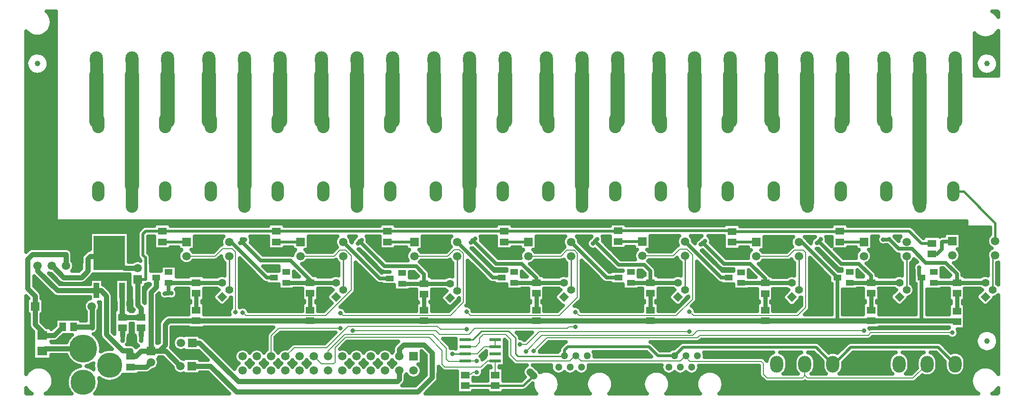
<source format=gbr>
G04 DipTrace 3.0.0.1*
G04 Top.gbr*
%MOIN*%
G04 #@! TF.FileFunction,Copper,L1,Top*
G04 #@! TF.Part,Single*
%AMOUTLINE0*5,1,4,0,0,0.070866,0.0*%
G04 #@! TA.AperFunction,Conductor*
%ADD10C,0.01*%
%ADD14C,0.035*%
%ADD15C,0.02*%
%ADD16C,0.015*%
G04 #@! TA.AperFunction,ViaPad*
%ADD17C,0.031496*%
G04 #@! TA.AperFunction,Conductor*
%ADD18C,0.05*%
%ADD19C,0.03*%
%ADD20C,0.007*%
%ADD21C,0.090551*%
%ADD22C,0.1*%
%ADD23C,0.086614*%
G04 #@! TA.AperFunction,CopperBalancing*
%ADD24C,0.025*%
%ADD55R,0.03937X0.108268*%
%ADD56R,0.218504X0.242126*%
G04 #@! TA.AperFunction,ComponentPad*
%ADD57O,0.090551X0.11811*%
%ADD58R,0.051181X0.059055*%
%ADD59R,0.059055X0.051181*%
G04 #@! TA.AperFunction,ComponentPad*
%ADD60R,0.059055X0.059055*%
%ADD61C,0.059055*%
%ADD62R,0.070866X0.062992*%
G04 #@! TA.AperFunction,ComponentPad*
%ADD63C,0.177165*%
%ADD64C,0.19685*%
%ADD65O,0.086614X0.141732*%
%ADD66C,0.059055*%
%ADD67C,0.055118*%
%ADD68C,0.051181*%
%ADD70R,0.055118X0.03937*%
%ADD71R,0.07874X0.023622*%
%ADD73C,0.03937*%
G04 #@! TA.AperFunction,ComponentPad*
%ADD124OUTLINE0*%
%FSLAX26Y26*%
G04*
G70*
G90*
G75*
G01*
G04 Top*
%LPD*%
X1100098Y1150886D2*
D14*
Y962450D1*
X1101822D1*
X1233072D1*
X1208071Y1229512D2*
Y1049951D1*
X1233072Y1024950D1*
Y962450D1*
X1208071Y1229512D2*
D15*
X1264322D1*
Y1381201D1*
X1245571Y1399951D1*
Y1549950D1*
X1264322Y1568701D1*
X1381833D1*
X2181833D1*
X2964071D1*
X3781831D1*
X4578571D1*
X4581820Y1571950D1*
X5376634D1*
X5381883Y1566701D1*
X6138096D1*
Y1568701D1*
X6627071D1*
X6711820Y1483951D1*
X6785031D1*
X4204322Y692371D2*
Y730831D1*
X4229003Y755512D1*
X4798294D1*
X4860892Y692913D1*
X4978778D1*
X4979320Y692371D1*
X3508071Y481201D2*
D16*
X3720669Y481299D1*
X3915945D1*
X3988058Y553412D1*
X3962467Y577559D2*
D17*
X3963911D1*
D18*
X3988058Y553412D1*
X3508071Y806201D2*
D10*
X3562106D1*
X3622441Y866535D1*
X3812467D1*
X3861286Y817717D1*
Y705774D1*
X3878478Y688583D1*
X4200533D1*
X4204322Y692371D1*
X4979773D2*
D15*
X5039370Y751969D1*
X5972441D1*
X6090551Y633858D1*
X6098425D1*
X6216535Y751969D1*
X6830709D1*
X6948819Y633858D1*
X1589322Y618701D2*
D14*
X1720571D1*
X1901820Y437451D1*
X3176822D1*
X3276820Y537450D1*
Y712451D1*
X3220571Y768701D1*
X3076820D1*
X3045571Y737451D1*
Y687451D1*
X606127Y1324820D2*
X608202D1*
X689322Y1243701D1*
X814320D1*
X858071Y1287451D1*
Y1374951D1*
X876820Y1393701D1*
X989370D1*
X1010335Y1414665D1*
X1014320Y1410680D2*
X1010335Y1414665D1*
X1101822Y887647D2*
Y833199D1*
D17*
Y799951D1*
X1233072Y887647D2*
D14*
X1233071Y833199D1*
D17*
Y799951D1*
X757874Y896505D2*
D14*
X880266D1*
X889320Y887451D1*
Y1037895D1*
X886959Y1040256D1*
X1158071Y612647D2*
X1268256D1*
X1301820Y646211D1*
X1208071Y1308252D2*
X1116748D1*
X1010335Y1414665D1*
X3720669Y806201D2*
D20*
Y756201D1*
X3508071Y706201D2*
X3592946D1*
X3642257Y755512D1*
X3719980D1*
X3720669Y756201D1*
X3508071Y706201D2*
D10*
X3421555D1*
X3420735Y705381D1*
X2545571Y687451D2*
D20*
Y726148D1*
X2661417Y841995D1*
X3281234D1*
X3376378Y746850D1*
Y669948D1*
X3393832Y652493D1*
X3504364D1*
X3508071Y656201D1*
Y556004D2*
Y563517D1*
X3549606D1*
X3562467Y576378D1*
X3589501D1*
Y656201D2*
X3508071D1*
X3720669Y556102D2*
Y656201D1*
X3664206D1*
X3620472Y612467D1*
X3365748D1*
X3347375Y630840D1*
Y729528D1*
X3254199Y822703D1*
X2667717D1*
X2595144Y750131D1*
Y647113D1*
X2583202Y635171D1*
X2497852D1*
X2445571Y687451D1*
X3151822Y1393701D2*
X3387270D1*
X3433858Y1440289D1*
X3467323D1*
X3496850Y1410761D1*
Y1067979D1*
X3404199Y975328D1*
X2651181D1*
X2632808Y993701D1*
Y885827D2*
X2198425D1*
X2146588Y833990D1*
Y688469D1*
X2145571Y687451D1*
X2351822Y1393701D2*
X2587664D1*
X2628346Y1434383D1*
X2670210D1*
X2710105Y1394488D1*
Y1156955D1*
X2527559Y974409D1*
X1968241D1*
X1946850Y995801D1*
X1551822Y1393701D2*
X1753543D1*
X1804856Y1445013D1*
X1872047D1*
X1894751Y1422310D1*
Y998294D1*
X4751822Y1396701D2*
X4967436D1*
X5014436Y1443701D1*
X5066010D1*
X5106037Y1403675D1*
Y1090026D1*
X4990682Y974672D1*
X4308005D1*
X4283596Y999081D1*
Y894751D2*
X4234777D1*
X4225066Y885039D1*
X3576247D1*
X3534252Y843045D1*
X3328740D1*
X3303150Y868635D1*
X2717454D1*
X6930071Y854331D2*
X6356037D1*
X6338320Y836614D1*
X5155512D1*
X5138714Y819816D1*
X4082940D1*
X3988976Y725853D1*
X6308084Y867848D2*
X5139370D1*
X5106037Y834514D1*
X4046457D1*
X3934383Y722441D1*
X5551858Y1391701D2*
X5777265D1*
X5820735Y1435171D1*
X5882808D1*
X5899081Y1418898D1*
Y1031759D1*
X5842126Y974803D1*
X5110892D1*
X5083727Y1001969D1*
Y863517D2*
X4028740D1*
X3939108Y773885D1*
X3893701D1*
X3951819Y1393701D2*
X4183202D1*
X4223622Y1434121D1*
X4274803D1*
X4296850Y1412073D1*
Y1103412D1*
X4169423Y975984D1*
X3545144D1*
X3518110Y1003018D1*
Y878215D2*
X3334252D1*
X3313386Y899081D1*
X2685433D1*
X2535958Y749606D1*
X2307726D1*
X2245571Y687451D1*
X1958822Y2776701D2*
D21*
Y2667646D1*
D22*
Y1889567D1*
D23*
Y1768701D1*
X1708822Y2776701D2*
D21*
Y2667646D1*
D22*
Y2343701D1*
D23*
X1723822Y2328701D1*
X2748822Y2776701D2*
D21*
Y2667646D1*
D22*
Y1889567D1*
D23*
Y1768701D1*
X1418822Y2776701D2*
D21*
Y2667646D1*
D22*
Y2343701D1*
D23*
X1403822Y2328701D1*
X2251820Y1206199D2*
D19*
X2420568D1*
X2420570Y1206201D1*
X2601820D1*
X2420570D2*
D24*
Y1225231D1*
X2283202Y1362598D1*
X2074016D1*
X1940551Y1496063D1*
Y1511155D1*
X1959843D1*
X1963123Y1507874D1*
X1927953Y1487008D2*
X1942257D1*
X1963123Y1507874D1*
X1851820Y1156201D2*
D10*
Y1393699D1*
X1851822Y1393701D1*
X1168822Y2776701D2*
D21*
Y2667646D1*
D22*
Y1889567D1*
D23*
Y1768701D1*
X3064320Y1199950D2*
D19*
X3220570D1*
X3220571Y1199951D1*
X3401820D1*
X3220571D2*
D24*
Y1267356D1*
X3165223Y1322703D1*
X2941995D1*
X2764567Y1500131D1*
D15*
X2774803D1*
X2781759Y1507087D1*
X2754724Y1483990D2*
X2758661D1*
X2781759Y1507087D1*
X3851819Y1206201D2*
D19*
X4008068D1*
X4201819D1*
X4008068D2*
D24*
Y1237601D1*
X3905118Y1340551D1*
X3724934D1*
X3559843Y1505643D1*
X3567585D1*
X3578215Y1516273D1*
X3550525Y1489895D2*
X3551837D1*
X3578215Y1516273D1*
X2420570Y1131398D2*
D19*
X2420571Y1012255D1*
X2181833Y1493898D2*
D15*
X2351625D1*
X2351822Y1493701D1*
X3288822Y2776701D2*
D21*
Y2667646D1*
D22*
Y2343701D1*
D23*
X3303822Y2328701D1*
X1620571Y1131398D2*
D19*
Y1012253D1*
X506127Y1324820D2*
D14*
Y1289395D1*
X644636Y1150886D1*
X920571D1*
X950887D1*
X988189Y1113584D1*
Y842520D1*
X1102362Y728346D1*
X1158071D1*
Y687450D1*
X1195570D1*
X1233071Y724951D1*
X1301820D1*
Y1137449D1*
X1339322Y1174950D1*
Y1242715D1*
X1340207Y1243601D1*
X1301820Y724951D2*
X1358071D1*
X1401820Y768701D1*
Y912450D1*
X1426820Y937450D1*
X1620571D1*
X2420571D1*
Y937451D1*
X3220571D1*
X4007871D1*
X4007970Y937550D1*
X4808472D1*
X5614260D1*
X5614358Y937451D1*
X6121469D1*
X6358165D1*
X6711955D1*
X6961071D1*
Y931201D1*
X1301820Y724951D2*
X1404331D1*
X1510581Y618701D1*
X7230071Y1499950D2*
D16*
Y1626753D1*
X7008136Y1848688D1*
X6935835D1*
X6935822Y1848701D1*
X5851858Y1491701D2*
D24*
X5873370D1*
X6121469Y1243602D1*
Y937451D1*
X6711955Y1243602D2*
Y937451D1*
X6696982Y1313386D2*
Y1258576D1*
X6711955Y1243602D1*
X5051822Y1496701D2*
X5306920Y1241602D1*
X5358993D1*
X4584457Y1243602D2*
X4501917D1*
X4251819Y1493701D1*
X3765205Y1243602D2*
X3701920D1*
X3451822Y1493701D1*
X2977706Y1237352D2*
X2908171D1*
X2651822Y1493701D1*
X2165206Y1243601D2*
X2114929D1*
X1864829Y1493701D1*
X1851822D1*
X3538822Y2776701D2*
D21*
Y2667646D1*
D22*
Y1889567D1*
D23*
Y1768701D1*
X2208822Y2776701D2*
D21*
Y2667646D1*
D22*
Y2343701D1*
D23*
X2193822Y2328701D1*
X1426822Y1206199D2*
D19*
X1620571Y1206201D1*
X1801820D1*
X1426822Y1206199D2*
D24*
Y1129790D1*
X1400131D1*
X1399869Y1130052D1*
X1445669Y1131102D2*
X1400919D1*
X918822Y2776701D2*
D21*
Y2667646D1*
D22*
Y2343701D1*
D23*
X933822Y2328701D1*
X2651820Y1156201D2*
D10*
Y1393699D1*
X2651822Y1393701D1*
X3220571Y1125148D2*
D19*
Y1012255D1*
X2964071Y1493898D2*
D15*
X3151625D1*
X3151822Y1493701D1*
X4328822Y2776701D2*
D21*
Y2667646D1*
D22*
Y1889567D1*
D23*
Y1768701D1*
X4078822Y2776701D2*
D21*
Y2667646D1*
D22*
Y2343701D1*
D23*
X4093822Y2328701D1*
X4578822Y2776701D2*
D21*
Y2667646D1*
D22*
Y2343701D1*
D23*
X4563822Y2328701D1*
X3451820Y1149951D2*
D10*
Y1393699D1*
X3451822Y1393701D1*
X4008068Y1131398D2*
D19*
Y1012451D1*
X4007970Y1012353D1*
X3781831Y1493898D2*
D15*
X3951622D1*
X3951819Y1493701D1*
X2498822Y2776701D2*
D21*
Y2667646D1*
D22*
Y2343701D1*
D23*
X2513822Y2328701D1*
X2998822Y2776701D2*
D21*
Y2667646D1*
D22*
Y2343701D1*
D23*
X2983822Y2328701D1*
X4671071Y1206201D2*
D19*
X4808571D1*
X5002322D1*
X4808571D2*
D24*
Y1287492D1*
X4765092Y1330971D1*
X4586614D1*
X4419554Y1498031D1*
X4419685D1*
X4434777Y1513123D1*
X4405512Y1481759D2*
Y1483858D1*
X4434777Y1513123D1*
X4251819Y1156201D2*
D10*
Y1393701D1*
X1381833Y1493898D2*
D15*
X1551625D1*
X1551822Y1493701D1*
X826820Y742898D2*
D14*
X557266D1*
X539215Y724846D1*
X4808571Y1131398D2*
D19*
Y1012451D1*
X4808472Y1012353D1*
X4581820Y1497147D2*
D15*
X4751375D1*
X4751822Y1496701D1*
X3788822Y2776701D2*
D21*
Y2667646D1*
D22*
Y2343701D1*
D23*
X3773822Y2328701D1*
X5052322Y1156201D2*
D10*
Y1396201D1*
X5051822Y1396701D1*
X5445608Y1204201D2*
D19*
X5614357D1*
X5801857D1*
X5614357D2*
D24*
Y1235906D1*
X5510105Y1340157D1*
X5325459D1*
X5175984Y1489633D1*
X5182283D1*
X5192651Y1500000D1*
X5162861Y1474934D2*
X5167585D1*
X5192651Y1500000D1*
X6208083Y1206201D2*
D19*
X6358084D1*
X6558084D1*
X6358084D2*
D24*
Y1254908D1*
X6272310Y1340682D1*
X6148556D1*
X5992913Y1496325D1*
Y1500656D1*
X6004593Y1512336D1*
X5979003Y1486352D2*
Y1486745D1*
X6004593Y1512336D1*
X6798570Y1206201D2*
D19*
X6961070D1*
X7161071D1*
X6961070D2*
D24*
Y1268720D1*
X6883333Y1346457D1*
X6743176D1*
X6645276Y1444357D1*
X6553281D1*
X6486352Y1511286D1*
X6443963Y1510630D2*
X6485696D1*
X6486352Y1511286D1*
X5614357Y1129398D2*
D19*
X5614358Y1012255D1*
X5381883Y1491898D2*
D15*
X5551661D1*
X5551858Y1491701D1*
X5851857Y1154201D2*
D10*
Y1391699D1*
X5851858Y1391701D1*
X6358084Y1131398D2*
D19*
Y1012336D1*
X6358165Y1012255D1*
X6138096Y1493898D2*
D15*
X6307887D1*
X6308084Y1493701D1*
X6608084Y1156201D2*
D10*
Y1393701D1*
X6961070Y1131398D2*
D19*
Y1006005D1*
X6961071Y1006004D1*
X6785031Y1409148D2*
D24*
X6822534D1*
X6856562Y1443176D1*
Y1491076D1*
X6861680Y1496194D1*
X6926315D1*
X6930071Y1499950D1*
X7211071Y1156201D2*
D10*
Y1380950D1*
X7230071Y1399950D1*
X539215Y835083D2*
D14*
Y862558D1*
X489322Y912451D1*
Y1040256D1*
Y1112450D1*
X437071Y1164701D1*
Y1372701D1*
X470571Y1406201D1*
X706127D1*
Y1324820D1*
X539215Y835083D2*
X621648D1*
X683071Y896505D1*
X5118822Y2776701D2*
D21*
Y2667646D1*
D22*
Y1889567D1*
D23*
Y1768701D1*
X4868822Y2776701D2*
D21*
Y2667646D1*
D22*
Y2343701D1*
D23*
X4883822Y2328701D1*
X5368822Y2776701D2*
D21*
Y2667646D1*
D22*
Y2343701D1*
D23*
X5353822Y2328701D1*
X5908822Y2776701D2*
D21*
Y2667646D1*
D22*
Y1770701D1*
D23*
X5910822Y1768701D1*
X5658822Y2776701D2*
D21*
Y2667646D1*
D22*
Y2345701D1*
D23*
X5675822Y2328701D1*
X6158822Y2776701D2*
D21*
Y2667646D1*
D22*
Y2341701D1*
D23*
X6145822Y2328701D1*
X6698822Y2776701D2*
D21*
Y2667646D1*
D22*
Y1770701D1*
D23*
X6700822Y1768701D1*
X6448822Y2776701D2*
D21*
Y2667646D1*
D22*
Y2345701D1*
D23*
X6465822Y2328701D1*
X6948822Y2776701D2*
D21*
Y2667646D1*
D22*
Y2341701D1*
D23*
X6935822Y2328701D1*
X5059241Y692371D2*
D20*
X5054314D1*
X5017717Y655774D1*
X4320840D1*
X4284243Y692371D1*
X4279904D1*
X4242520Y654987D1*
X3869554D1*
X3828740Y695801D1*
Y804724D1*
X3791076Y842388D1*
X3636614D1*
X3609318Y815092D1*
Y784514D1*
X3581004Y756201D1*
X3508071D1*
X5059241Y692371D2*
Y680916D1*
X5086614Y653543D1*
X5586614D1*
X5602362Y637795D1*
Y562992D1*
X5629921Y535433D1*
X5877953D1*
X5893701Y551181D1*
Y633858D1*
Y555118D1*
X5913386Y535433D1*
X6653543D1*
X6751969Y633858D1*
X1591192Y783071D2*
D14*
X1643702D1*
X1914322Y512451D1*
X3033072D1*
X3045571Y524950D1*
Y587451D1*
D17*
X1014320Y1410680D3*
X3589501Y576378D3*
Y656201D3*
X2632808Y993701D3*
Y885827D3*
X1946850Y995801D3*
X1894751Y998294D3*
X4283596Y999081D3*
Y894751D3*
X2717454Y868635D3*
X6930071Y854331D3*
X3988976Y725853D3*
X6308084Y867848D3*
X3934383Y722441D3*
X5083727Y1001969D3*
Y863517D3*
X3893701Y773885D3*
X3518110Y1003018D3*
Y878215D3*
X6696982Y1313386D3*
X1101822Y799951D3*
X1233071D3*
X3962467Y577559D3*
X3988058Y553412D3*
X6443963Y1510630D3*
X6486352Y1511286D3*
X5979003Y1486352D3*
X6004593Y1512336D3*
X5162861Y1474934D3*
X5192651Y1500000D3*
X4405512Y1481759D3*
X4434777Y1513123D3*
X3550525Y1489895D3*
X3578215Y1516273D3*
X2754724Y1483990D3*
X2781759Y1507087D3*
X1927953Y1487008D3*
X1963123Y1507874D3*
X1399869Y1130052D3*
X1445669Y1131102D3*
X3420735Y705381D3*
X592690Y3092238D2*
D24*
X634419D1*
X603579Y3067369D2*
X634419D1*
X607387Y3042500D2*
X634419D1*
X604995Y3017631D2*
X634419D1*
X595912Y2992762D2*
X634419D1*
X577651Y2967894D2*
X634419D1*
X428726Y2943025D2*
X470991D1*
X536440D2*
X634419D1*
X7088394D2*
X7104487D1*
X7219399D2*
X7248482D1*
X428726Y2918156D2*
X634419D1*
X7088394D2*
X7248482D1*
X428726Y2893287D2*
X634419D1*
X7088394D2*
X7248482D1*
X428726Y2868419D2*
X634419D1*
X7088394D2*
X7248482D1*
X428726Y2843550D2*
X634419D1*
X7088394D2*
X7248482D1*
X428726Y2818681D2*
X471088D1*
X539419D2*
X634419D1*
X7088394D2*
X7137739D1*
X7206167D2*
X7248482D1*
X428726Y2793812D2*
X439482D1*
X570962D2*
X634419D1*
X7088394D2*
X7106196D1*
X7237710D2*
X7248482D1*
X582730Y2768944D2*
X634419D1*
X585415Y2744075D2*
X634419D1*
X579848Y2719206D2*
X634419D1*
X7088394D2*
X7097356D1*
X428726Y2694337D2*
X447091D1*
X563394D2*
X634419D1*
X7088394D2*
X7113814D1*
X7230092D2*
X7248470D1*
X428726Y2669469D2*
X634419D1*
X7088394D2*
X7248482D1*
X428726Y2644600D2*
X634419D1*
X428726Y2619731D2*
X634419D1*
X428726Y2594862D2*
X634419D1*
X428726Y2569993D2*
X634419D1*
X428726Y2545125D2*
X634419D1*
X428726Y2520256D2*
X634419D1*
X428726Y2495387D2*
X634419D1*
X428726Y2470518D2*
X634419D1*
X428726Y2445650D2*
X634419D1*
X428726Y2420781D2*
X634419D1*
X428726Y2395912D2*
X634419D1*
X428726Y2371043D2*
X634419D1*
X428726Y2346175D2*
X634419D1*
X428726Y2321306D2*
X634419D1*
X428726Y2296437D2*
X634419D1*
X428726Y2271568D2*
X634419D1*
X428726Y2246699D2*
X634419D1*
X428726Y2221831D2*
X634419D1*
X428726Y2196962D2*
X634419D1*
X428726Y2172093D2*
X634419D1*
X428726Y2147224D2*
X634419D1*
X428726Y2122356D2*
X634419D1*
X428726Y2097487D2*
X634419D1*
X428726Y2072618D2*
X634419D1*
X428726Y2047749D2*
X634419D1*
X428726Y2022881D2*
X634419D1*
X428726Y1998012D2*
X634419D1*
X428726Y1973143D2*
X634419D1*
X428726Y1948274D2*
X634419D1*
X428726Y1923406D2*
X634419D1*
X428726Y1898537D2*
X634419D1*
X428726Y1873668D2*
X634419D1*
X428726Y1848799D2*
X634419D1*
X428726Y1823930D2*
X634419D1*
X428726Y1799062D2*
X634419D1*
X428726Y1774193D2*
X634419D1*
X428726Y1749324D2*
X634419D1*
X428726Y1724455D2*
X634419D1*
X428726Y1699587D2*
X634419D1*
X428726Y1674718D2*
X634419D1*
X428726Y1649849D2*
X634419D1*
X428726Y1624980D2*
X7026070D1*
X428726Y1600112D2*
X1243207D1*
X6648159D2*
X7026070D1*
X428726Y1575243D2*
X1216743D1*
X6674623D2*
X7193550D1*
X428726Y1550374D2*
X872066D1*
X1148598D2*
X1206587D1*
X6699526D2*
X6871528D1*
X6988588D2*
X7193550D1*
X428726Y1525505D2*
X872066D1*
X1148598D2*
X1206587D1*
X1284584D2*
X1323286D1*
X1610366D2*
X1803218D1*
X2004018D2*
X2123286D1*
X2410366D2*
X2603218D1*
X2700454D2*
X2732466D1*
X2822280D2*
X2905562D1*
X3210366D2*
X3403218D1*
X3621938D2*
X3723286D1*
X4010366D2*
X4203218D1*
X4300454D2*
X4389350D1*
X4477651D2*
X4523286D1*
X4810366D2*
X5001264D1*
X5102358D2*
X5156490D1*
X5228823D2*
X5323335D1*
X5610366D2*
X5804682D1*
X5899038D2*
X5960102D1*
X6047231D2*
X6079584D1*
X6366615D2*
X6401899D1*
X6529799D2*
X6559467D1*
X6988588D2*
X7177730D1*
X428726Y1500636D2*
X872066D1*
X1148598D2*
X1206587D1*
X1284584D2*
X1323286D1*
X1610366D2*
X1793744D1*
X2007241D2*
X2123286D1*
X2410366D2*
X2593744D1*
X2825991D2*
X2905562D1*
X3210366D2*
X3393744D1*
X3622524D2*
X3723286D1*
X4010366D2*
X4193744D1*
X4309927D2*
X4365230D1*
X4477651D2*
X4523286D1*
X4810366D2*
X4993451D1*
X5110219D2*
X5126850D1*
X5237416D2*
X5323335D1*
X5610366D2*
X5794038D1*
X5922084D2*
X5936762D1*
X6047671D2*
X6079584D1*
X6366615D2*
X6400434D1*
X6988588D2*
X7171528D1*
X428726Y1475768D2*
X872066D1*
X1148598D2*
X1206587D1*
X1284584D2*
X1323286D1*
X1610366D2*
X1796235D1*
X2018520D2*
X2123286D1*
X2410366D2*
X2596235D1*
X2846596D2*
X2905562D1*
X3210366D2*
X3396235D1*
X3647378D2*
X3723286D1*
X4010366D2*
X4196235D1*
X4327407D2*
X4361176D1*
X4499478D2*
X4523286D1*
X4810366D2*
X4997358D1*
X5247524D2*
X5323335D1*
X5610366D2*
X5795650D1*
X6071108D2*
X6079568D1*
X6366615D2*
X6417622D1*
X6988588D2*
X7177046D1*
X428726Y1450899D2*
X872066D1*
X1148598D2*
X1206587D1*
X1284584D2*
X1323286D1*
X1440346D2*
X1493306D1*
X1610366D2*
X1765815D1*
X2043374D2*
X2123286D1*
X2240346D2*
X2293306D1*
X2410366D2*
X2599946D1*
X2871450D2*
X2905562D1*
X3022622D2*
X3093306D1*
X3210366D2*
X3399555D1*
X3672231D2*
X3723286D1*
X3840346D2*
X3893306D1*
X4010366D2*
X4195454D1*
X4352260D2*
X4374164D1*
X4640346D2*
X4693306D1*
X4810366D2*
X4976703D1*
X5272378D2*
X5323335D1*
X5440395D2*
X5493354D1*
X5610366D2*
X5791547D1*
X6196646D2*
X6249555D1*
X6366615D2*
X6489106D1*
X6988588D2*
X7200483D1*
X747915Y1426030D2*
X844478D1*
X1148598D2*
X1206587D1*
X1284584D2*
X1503559D1*
X1600063D2*
X1740962D1*
X2068227D2*
X2303559D1*
X2400063D2*
X2575043D1*
X2896303D2*
X3103559D1*
X3200063D2*
X3374654D1*
X3697134D2*
X3903559D1*
X4000063D2*
X4170600D1*
X4377163D2*
X4433882D1*
X4549234D2*
X4701606D1*
X5297231D2*
X5505073D1*
X5598647D2*
X5766646D1*
X5996694D2*
X6005524D1*
X6120864D2*
X6259810D1*
X6356362D2*
X6513959D1*
X6982143D2*
X7177974D1*
X752651Y1401161D2*
X820210D1*
X1148598D2*
X1206587D1*
X1297378D2*
X1493794D1*
X2921206D2*
X3093794D1*
X3721987D2*
X3893794D1*
X4402016D2*
X4458783D1*
X4574087D2*
X4693451D1*
X5322134D2*
X5494135D1*
X6021547D2*
X6030404D1*
X6145718D2*
X6250043D1*
X6366127D2*
X6550043D1*
X6988588D2*
X7171576D1*
X752651Y1376293D2*
X811567D1*
X1148598D2*
X1215278D1*
X1303335D2*
X1496088D1*
X1781070D2*
X1796093D1*
X2946059D2*
X3096088D1*
X4426870D2*
X4483638D1*
X4598940D2*
X4697163D1*
X6046450D2*
X6055299D1*
X6363832D2*
X6552339D1*
X6983364D2*
X7176802D1*
X757924Y1351424D2*
X811567D1*
X1303335D2*
X1512543D1*
X1591079D2*
X1812543D1*
X1927260D2*
X1949458D1*
X2391079D2*
X2612543D1*
X3194106D2*
X3412543D1*
X3991079D2*
X4212543D1*
X4451772D2*
X4508491D1*
X4802310D2*
X5016303D1*
X5593325D2*
X5810395D1*
X5931558D2*
X5956000D1*
X6071303D2*
X6080177D1*
X6347328D2*
X6568794D1*
X6647328D2*
X6676118D1*
X6960562D2*
X7177094D1*
X764614Y1326555D2*
X811567D1*
X1303335D2*
X1370259D1*
X1483364D2*
X1817818D1*
X1927260D2*
X1974311D1*
X2376919D2*
X2617818D1*
X2742592D2*
X2761323D1*
X3219008D2*
X3417818D1*
X3529360D2*
X3561323D1*
X3976772D2*
X4217818D1*
X4329360D2*
X4361323D1*
X4476626D2*
X4533394D1*
X4827163D2*
X5018306D1*
X5138539D2*
X5164302D1*
X5581362D2*
X5817866D1*
X5931558D2*
X5980854D1*
X6096157D2*
X6105055D1*
X6344106D2*
X6574067D1*
X6642104D2*
X6654377D1*
X6960903D2*
X7177094D1*
X759634Y1301686D2*
X807563D1*
X1303335D2*
X1370259D1*
X1483364D2*
X1817818D1*
X1927260D2*
X1999214D1*
X2114516D2*
X2195259D1*
X2401772D2*
X2617818D1*
X2742592D2*
X2786176D1*
X3243911D2*
X3417818D1*
X3529360D2*
X3586176D1*
X3701479D2*
X3719184D1*
X4001626D2*
X4217818D1*
X4329360D2*
X4386176D1*
X4501479D2*
X4558344D1*
X4847378D2*
X5018306D1*
X5138539D2*
X5189203D1*
X5304507D2*
X5316566D1*
X5606215D2*
X5817866D1*
X5931558D2*
X6005707D1*
X6121059D2*
X6145503D1*
X6368959D2*
X6574067D1*
X6642104D2*
X6653906D1*
X6855142D2*
X6870434D1*
X6985756D2*
X7177094D1*
X1483364Y1276818D2*
X1817818D1*
X1927260D2*
X2024067D1*
X2426626D2*
X2617818D1*
X2742592D2*
X2811030D1*
X3120864D2*
X3153462D1*
X3260903D2*
X3417818D1*
X3529360D2*
X3611030D1*
X4026528D2*
X4217818D1*
X4329360D2*
X4411030D1*
X4727651D2*
X4761567D1*
X4850063D2*
X5018306D1*
X5138539D2*
X5214058D1*
X5502163D2*
X5515766D1*
X5631118D2*
X5817866D1*
X5931558D2*
X6030610D1*
X6264663D2*
X6278510D1*
X6392836D2*
X6574067D1*
X6642104D2*
X6655412D1*
X6855142D2*
X6895307D1*
X7001723D2*
X7177094D1*
X608315Y1251949D2*
X616335D1*
X887270D2*
X1149555D1*
X1483364D2*
X1562055D1*
X1679115D2*
X1770503D1*
X1927260D2*
X2048920D1*
X2308364D2*
X2336176D1*
X2479115D2*
X2570503D1*
X2742592D2*
X2835932D1*
X3120864D2*
X3162055D1*
X3279115D2*
X3384516D1*
X3529360D2*
X3635932D1*
X3908364D2*
X3936079D1*
X4066615D2*
X4170503D1*
X4329360D2*
X4435932D1*
X4727651D2*
X4750043D1*
X4867104D2*
X4971039D1*
X5138539D2*
X5238911D1*
X5502163D2*
X5540668D1*
X5672866D2*
X5774018D1*
X5931558D2*
X6055463D1*
X6264663D2*
X6299555D1*
X6416615D2*
X6526802D1*
X6642104D2*
X6655412D1*
X6855142D2*
X6902534D1*
X7019594D2*
X7129780D1*
X483559Y1227080D2*
X503706D1*
X633168D2*
X641202D1*
X862416D2*
X871888D1*
X969252D2*
X1051411D1*
X1927260D2*
X2073774D1*
X2742592D2*
X2860786D1*
X3529360D2*
X3660786D1*
X4329360D2*
X4460786D1*
X5138539D2*
X5263764D1*
X5931558D2*
X6064887D1*
X6642104D2*
X6655412D1*
X483559Y1202211D2*
X528608D1*
X658022D2*
X672206D1*
X831459D2*
X871870D1*
X969252D2*
X1051411D1*
X1927260D2*
X2108638D1*
X2742592D2*
X2888764D1*
X3529360D2*
X3708638D1*
X4329360D2*
X4527875D1*
X5138539D2*
X5302436D1*
X5931558D2*
X6064887D1*
X6642104D2*
X6655412D1*
X489175Y1177343D2*
X553462D1*
X989175D2*
X1051411D1*
X1266615D2*
X1277029D1*
X1927260D2*
X2195259D1*
X2742592D2*
X3007759D1*
X3529360D2*
X3795259D1*
X4329360D2*
X4614496D1*
X5138539D2*
X5389058D1*
X5931558D2*
X6079975D1*
X6660318D2*
X6670433D1*
X514028Y1152474D2*
X578315D1*
X1014028D2*
X1051411D1*
X1148794D2*
X1161567D1*
X1484634D2*
X1562055D1*
X1679115D2*
X1772699D1*
X1927260D2*
X2362055D1*
X2479115D2*
X2572699D1*
X2742251D2*
X3162055D1*
X3279115D2*
X3373482D1*
X3529360D2*
X3949555D1*
X4066615D2*
X4172699D1*
X4329360D2*
X4750043D1*
X4867104D2*
X4973188D1*
X5138539D2*
X5555806D1*
X5672866D2*
X5774702D1*
X5931558D2*
X6079975D1*
X6162954D2*
X6299555D1*
X6416615D2*
X6528950D1*
X6753432D2*
X6902534D1*
X7019594D2*
X7131928D1*
X533119Y1127605D2*
X603168D1*
X1032387D2*
X1051411D1*
X1148794D2*
X1161567D1*
X1490248D2*
X1562055D1*
X1679115D2*
X1747798D1*
X1927260D2*
X2362055D1*
X2479115D2*
X2547798D1*
X2725698D2*
X3162055D1*
X3279115D2*
X3354047D1*
X3529360D2*
X3949555D1*
X4066615D2*
X4147798D1*
X4329360D2*
X4750043D1*
X4867104D2*
X4948335D1*
X5138539D2*
X5555806D1*
X5672866D2*
X5749848D1*
X5931558D2*
X6079975D1*
X6162954D2*
X6299555D1*
X6416615D2*
X6504096D1*
X6656459D2*
X6670442D1*
X6753432D2*
X6902534D1*
X7019594D2*
X7107075D1*
X535806Y1102736D2*
X871870D1*
X1034682D2*
X1051411D1*
X1148794D2*
X1161567D1*
X1348306D2*
X1365131D1*
X1479458D2*
X1562055D1*
X1679115D2*
X1737592D1*
X1927260D2*
X2362055D1*
X2479115D2*
X2537592D1*
X2700795D2*
X3162055D1*
X3279115D2*
X3337543D1*
X3529360D2*
X3949555D1*
X4066615D2*
X4137592D1*
X4329360D2*
X4750043D1*
X4867104D2*
X4938130D1*
X5138539D2*
X5555806D1*
X5672866D2*
X5737446D1*
X5931558D2*
X6079975D1*
X6162954D2*
X6299555D1*
X6416615D2*
X6493891D1*
X6622280D2*
X6670454D1*
X6753432D2*
X6902534D1*
X7019594D2*
X7096870D1*
X7225259D2*
X7248482D1*
X547866Y1077867D2*
X842915D1*
X1034682D2*
X1051411D1*
X1148794D2*
X1161567D1*
X1348306D2*
X1576558D1*
X1664566D2*
X1754731D1*
X1848891D2*
X1862251D1*
X1927260D2*
X2376558D1*
X2464566D2*
X2554731D1*
X2675942D2*
X3162055D1*
X3279115D2*
X3348482D1*
X3529360D2*
X3964058D1*
X4052066D2*
X4154731D1*
X4316226D2*
X4764594D1*
X4852554D2*
X4955268D1*
X5135951D2*
X5555806D1*
X5672866D2*
X5752778D1*
X5850942D2*
X5866596D1*
X5931558D2*
X6079975D1*
X6162954D2*
X6314106D1*
X6402066D2*
X6511030D1*
X6605142D2*
X6670454D1*
X6753432D2*
X6917084D1*
X7005092D2*
X7114008D1*
X7208168D2*
X7248482D1*
X547866Y1052999D2*
X829878D1*
X1034682D2*
X1053608D1*
X1146596D2*
X1161567D1*
X1348306D2*
X1562055D1*
X1679115D2*
X1779634D1*
X1824038D2*
X1862251D1*
X1927260D2*
X2362055D1*
X2479115D2*
X2561226D1*
X2651088D2*
X3162055D1*
X3279115D2*
X3373383D1*
X3525356D2*
X3949458D1*
X4066518D2*
X4179634D1*
X4291371D2*
X4749946D1*
X4867007D2*
X4980122D1*
X5113930D2*
X5555854D1*
X5672866D2*
X5777631D1*
X5826088D2*
X5866596D1*
X5931558D2*
X6079975D1*
X6162954D2*
X6299654D1*
X6416714D2*
X6535883D1*
X6580287D2*
X6670454D1*
X6753432D2*
X6902534D1*
X7019594D2*
X7138862D1*
X7183266D2*
X7248482D1*
X547866Y1028130D2*
X829780D1*
X1034682D2*
X1053608D1*
X1146596D2*
X1167378D1*
X1348306D2*
X1562055D1*
X1679115D2*
X1862251D1*
X1976528D2*
X2362055D1*
X2479115D2*
X2536371D1*
X2659780D2*
X3162055D1*
X3279115D2*
X3412055D1*
X3554604D2*
X3949458D1*
X4066518D2*
X4176655D1*
X4316762D2*
X4749946D1*
X4867007D2*
X4999214D1*
X5119399D2*
X5555854D1*
X5672866D2*
X5850531D1*
X5931362D2*
X6079975D1*
X6162954D2*
X6299654D1*
X6416714D2*
X6670454D1*
X6753432D2*
X6902534D1*
X7019594D2*
X7248482D1*
X547866Y1003261D2*
X842378D1*
X1034682D2*
X1043315D1*
X1348306D2*
X1562055D1*
X1679115D2*
X1850287D1*
X5915492D2*
X6079975D1*
X6162954D2*
X6299654D1*
X6416714D2*
X6670454D1*
X6753432D2*
X6902534D1*
X7019594D2*
X7248482D1*
X428726Y978392D2*
X442798D1*
X535806D2*
X842818D1*
X1034682D2*
X1043315D1*
X1348306D2*
X1408198D1*
X7019594D2*
X7248482D1*
X428726Y953524D2*
X442798D1*
X535806D2*
X842818D1*
X1034682D2*
X1043315D1*
X1348306D2*
X1378168D1*
X7019594D2*
X7248482D1*
X428726Y928655D2*
X442798D1*
X537856D2*
X628462D1*
X1034682D2*
X1043315D1*
X1348306D2*
X1358440D1*
X7019594D2*
X7248482D1*
X428726Y903786D2*
X443676D1*
X562710D2*
X625630D1*
X1034682D2*
X1043315D1*
X1160366D2*
X1174555D1*
X7019594D2*
X7248482D1*
X428726Y878917D2*
X458150D1*
X1034682D2*
X1043315D1*
X1160366D2*
X1174555D1*
X1448306D2*
X2146576D1*
X6966909D2*
X7248482D1*
X428726Y854049D2*
X474799D1*
X920474D2*
X941694D1*
X1160366D2*
X1174555D1*
X1448306D2*
X2121772D1*
X2211587D2*
X2595454D1*
X3871987D2*
X3974360D1*
X6974819D2*
X7118843D1*
X7225014D2*
X7248482D1*
X428726Y829180D2*
X474799D1*
X680483D2*
X733979D1*
X919643D2*
X943744D1*
X1148159D2*
X1186762D1*
X1448306D2*
X1478119D1*
X1649722D2*
X2114106D1*
X2186684D2*
X2570600D1*
X3893130D2*
X3949458D1*
X6966518D2*
X7099898D1*
X428726Y804311D2*
X474799D1*
X655580D2*
X715522D1*
X938100D2*
X961664D1*
X1146547D2*
X1188325D1*
X1448306D2*
X1458091D1*
X1687172D2*
X2114106D1*
X2179067D2*
X2545747D1*
X3363832D2*
X3439692D1*
X5168130D2*
X7092573D1*
X428726Y779442D2*
X474799D1*
X948794D2*
X986518D1*
X1141274D2*
X1193647D1*
X1712075D2*
X2114106D1*
X2179067D2*
X2302094D1*
X2669399D2*
X3022846D1*
X3388735D2*
X3439692D1*
X4087514D2*
X4198823D1*
X4828482D2*
X5012836D1*
X5998990D2*
X6189986D1*
X6857241D2*
X7093647D1*
X428726Y754573D2*
X474799D1*
X953676D2*
X1011420D1*
X1446010D2*
X1461714D1*
X1736928D2*
X2114106D1*
X2179067D2*
X2267768D1*
X2644496D2*
X3002534D1*
X3407875D2*
X3439692D1*
X4062612D2*
X4174115D1*
X4853335D2*
X4987836D1*
X6023940D2*
X6165034D1*
X6882241D2*
X7103364D1*
X7240444D2*
X7248467D1*
X428726Y729705D2*
X474799D1*
X953530D2*
X962055D1*
X1464322D2*
X1492866D1*
X1761782D2*
X1906294D1*
X1984878D2*
X2006294D1*
X2084878D2*
X2106294D1*
X2184878D2*
X2206294D1*
X2684878D2*
X2706294D1*
X2784878D2*
X2806294D1*
X2884878D2*
X2906294D1*
X2984878D2*
X2999067D1*
X4037759D2*
X4165327D1*
X4878238D2*
X4940474D1*
X6048843D2*
X6140131D1*
X6907094D2*
X7127778D1*
X7216079D2*
X7248482D1*
X428726Y704836D2*
X474799D1*
X1489175D2*
X1657222D1*
X1786684D2*
X1889790D1*
X3204115D2*
X3219715D1*
X3636490D2*
X3652290D1*
X4417251D2*
X4794867D1*
X5192251D2*
X5650971D1*
X5742690D2*
X5847846D1*
X5939566D2*
X5965474D1*
X6223500D2*
X6509272D1*
X6600991D2*
X6706098D1*
X6797818D2*
X6823726D1*
X6994692D2*
X7248482D1*
X428726Y679967D2*
X474799D1*
X603627D2*
X716402D1*
X1360366D2*
X1384614D1*
X1514028D2*
X1682075D1*
X1811538D2*
X1887543D1*
X3204115D2*
X3230318D1*
X3626919D2*
X3643403D1*
X3789028D2*
X3800776D1*
X5603335D2*
X5630268D1*
X5763442D2*
X5827094D1*
X5960268D2*
X5990327D1*
X6198647D2*
X6488520D1*
X6621694D2*
X6685395D1*
X6818570D2*
X6848579D1*
X7015395D2*
X7248482D1*
X428726Y655098D2*
X735444D1*
X1359634D2*
X1409467D1*
X1836391D2*
X1897310D1*
X3204115D2*
X3230318D1*
X3789028D2*
X3824507D1*
X5770718D2*
X5819819D1*
X5967592D2*
X6015180D1*
X6173794D2*
X6481244D1*
X6629018D2*
X6678071D1*
X6825844D2*
X6873482D1*
X7022719D2*
X7248482D1*
X428726Y630230D2*
X770356D1*
X883266D2*
X894430D1*
X1358022D2*
X1434322D1*
X1861244D2*
X1906879D1*
X1984243D2*
X2006879D1*
X2084243D2*
X2106879D1*
X2184243D2*
X2206879D1*
X2284243D2*
X2306879D1*
X2384243D2*
X2406879D1*
X2684243D2*
X2706879D1*
X2784243D2*
X2806879D1*
X2884243D2*
X2906879D1*
X2984243D2*
X3006879D1*
X3184243D2*
X3230318D1*
X3789028D2*
X3850092D1*
X5771108D2*
X5819428D1*
X5967983D2*
X6016255D1*
X6164810D2*
X6480854D1*
X6629409D2*
X6677680D1*
X6826235D2*
X6874555D1*
X7023110D2*
X7248482D1*
X428726Y605361D2*
X466743D1*
X563638D2*
X765131D1*
X1342642D2*
X1453657D1*
X3201138D2*
X3230318D1*
X3779214D2*
X3918062D1*
X4011440D2*
X4110199D1*
X4378286D2*
X4885199D1*
X5153286D2*
X5569867D1*
X5769594D2*
X5820942D1*
X5966470D2*
X6017818D1*
X6163295D2*
X6482367D1*
X6627846D2*
X6678559D1*
X6824722D2*
X6876070D1*
X7021547D2*
X7113227D1*
X7210562D2*
X7248482D1*
X595034Y580492D2*
X736030D1*
X1300795D2*
X1467084D1*
X3203676D2*
X3230318D1*
X3323306D2*
X3449555D1*
X3634047D2*
X3662154D1*
X3779214D2*
X3910004D1*
X4367787D2*
X4415230D1*
X4488198D2*
X4815375D1*
X5142787D2*
X5190230D1*
X5263198D2*
X5569867D1*
X5759243D2*
X5831343D1*
X5956070D2*
X6028168D1*
X6152944D2*
X6492768D1*
X6617495D2*
X6653657D1*
X6814322D2*
X6886470D1*
X7011196D2*
X7081978D1*
X610463Y555623D2*
X720160D1*
X1106362D2*
X1718940D1*
X3194203D2*
X3230268D1*
X3323306D2*
X3449555D1*
X3628823D2*
X3662154D1*
X3779214D2*
X3914839D1*
X4149478D2*
X4379096D1*
X4524331D2*
X4779194D1*
X4924478D2*
X5154096D1*
X5299331D2*
X5570795D1*
X6786050D2*
X6914741D1*
X6982875D2*
X7066547D1*
X617690Y530755D2*
X711762D1*
X1080727D2*
X1743794D1*
X3092055D2*
X3205415D1*
X3322818D2*
X3449555D1*
X3566615D2*
X3662154D1*
X3779214D2*
X3914839D1*
X4165591D2*
X4362934D1*
X4540492D2*
X4763080D1*
X4940591D2*
X5137934D1*
X5315492D2*
X5589692D1*
X6693814D2*
X7059370D1*
X618471Y505886D2*
X709223D1*
X944399D2*
X1768647D1*
X3087710D2*
X3180512D1*
X3309975D2*
X3449555D1*
X4172768D2*
X4355756D1*
X4547671D2*
X4755903D1*
X4947768D2*
X5130756D1*
X5322671D2*
X5622211D1*
X5885659D2*
X5905707D1*
X6661244D2*
X7058588D1*
X612954Y481017D2*
X712154D1*
X941518D2*
X1793550D1*
X3285122D2*
X3449555D1*
X3966226D2*
X3980591D1*
X4173062D2*
X4355512D1*
X4547963D2*
X4755610D1*
X4948062D2*
X5130512D1*
X5322963D2*
X7064155D1*
X599916Y456148D2*
X720942D1*
X932730D2*
X1818403D1*
X3260268D2*
X3449555D1*
X3941323D2*
X3987154D1*
X4166518D2*
X4362055D1*
X4541371D2*
X4762154D1*
X4941518D2*
X5137055D1*
X5316371D2*
X7077241D1*
X429262Y431280D2*
X456098D1*
X574282D2*
X737398D1*
X916274D2*
X1843256D1*
X3235366D2*
X3449555D1*
X3566615D2*
X3662154D1*
X3779214D2*
X4002387D1*
X4151283D2*
X4377290D1*
X4526186D2*
X4777387D1*
X4926283D2*
X5152290D1*
X5301186D2*
X7102924D1*
X7220815D2*
X7247944D1*
X886886Y1231520D2*
X966756D1*
Y1191920D1*
X973877Y1188402D1*
X979463Y1184344D1*
X1019302Y1144697D1*
X1023786Y1139446D1*
X1027394Y1133559D1*
X1030035Y1127181D1*
X1031647Y1120467D1*
X1032189Y1113584D1*
Y860703D1*
X1045783Y847151D1*
X1045794Y1014541D1*
X1056097D1*
X1056098Y1070214D1*
X1053913Y1070252D1*
Y1231520D1*
X1146283D1*
Y1070252D1*
X1144087D1*
X1144098Y1014509D1*
X1157849Y1014541D1*
Y1006484D1*
X1177066Y1006450D1*
X1177045Y1014541D1*
X1181293D1*
X1174613Y1021375D1*
X1170555Y1026962D1*
X1167420Y1033113D1*
X1165286Y1039680D1*
X1164206Y1046499D1*
X1164071Y1137451D1*
Y1173438D1*
X1152043Y1173484D1*
Y1264256D1*
X1113295Y1264387D1*
X1106476Y1265467D1*
X1103139Y1266409D1*
X1096087Y1267102D1*
X897112D1*
X893668Y1261589D1*
X889184Y1256339D1*
X842896Y1210243D1*
X837310Y1206185D1*
X831159Y1203050D1*
X824592Y1200916D1*
X817773Y1199836D1*
X726820Y1199701D1*
X685869Y1199836D1*
X679050Y1200916D1*
X672483Y1203050D1*
X666332Y1206185D1*
X660745Y1210243D1*
X601827Y1268970D1*
X593049Y1270341D1*
X584702Y1273051D1*
X662883Y1194865D1*
X874373Y1194886D1*
X874386Y1231520D1*
X886886D1*
X944148Y1070252D2*
X934285D1*
X938722Y1061697D1*
X941438Y1053335D1*
X942814Y1044652D1*
Y1035860D1*
X941438Y1027177D1*
X938722Y1018815D1*
X934731Y1010982D1*
X933327Y1008881D1*
X933185Y883999D1*
X932105Y877180D1*
X929971Y870613D1*
X926836Y864462D1*
X922778Y858875D1*
X917896Y853993D1*
X912310Y849936D1*
X906159Y846801D1*
X899579Y844664D1*
X907953Y837891D1*
X915156Y831234D1*
X921814Y824030D1*
X927887Y816327D1*
X933336Y808171D1*
X938130Y799613D1*
X942236Y790705D1*
X945631Y781501D1*
X948294Y772060D1*
X950207Y762440D1*
X951361Y752699D1*
X951745Y742898D1*
X951361Y733096D1*
X949886Y721739D1*
X959613Y727327D1*
X967819Y731110D1*
X976297Y734238D1*
X984993Y736690D1*
X993857Y738453D1*
X1002831Y739516D1*
X1011860Y739870D1*
X1020888Y739516D1*
X1030105Y738406D1*
X954731Y813944D1*
X950673Y819530D1*
X947538Y825681D1*
X945404Y832248D1*
X944324Y839067D1*
X944189Y930020D1*
Y1070205D1*
X874386Y1094812D2*
Y1106921D1*
X641184Y1107021D1*
X634365Y1108101D1*
X627798Y1110235D1*
X621647Y1113370D1*
X616060Y1117428D1*
X551652Y1181644D1*
X481045Y1252252D1*
X481071Y1182906D1*
X522780Y1141026D1*
X526837Y1135440D1*
X529972Y1129289D1*
X532106Y1122722D1*
X533186Y1115903D1*
X533322Y1096287D1*
X545349Y1096283D1*
Y984228D1*
X533289D1*
X533322Y930636D1*
X570337Y893660D1*
X577282Y893079D1*
X601148D1*
Y879064D1*
X603424Y879083D1*
X630966Y906626D1*
X630980Y952533D1*
X809965D1*
Y940472D1*
X845325Y940505D1*
X845320Y1002735D1*
X839188Y1010982D1*
X835197Y1018815D1*
X832480Y1027177D1*
X831105Y1035860D1*
Y1044652D1*
X832480Y1053335D1*
X835197Y1061697D1*
X839188Y1069530D1*
X844356Y1076643D1*
X850572Y1082860D1*
X857685Y1088028D1*
X865518Y1092018D1*
X874403Y1094840D1*
X887083Y1562228D2*
X1146087D1*
Y1352219D1*
X1173340Y1352252D1*
X1178797Y1356024D1*
X1186630Y1360014D1*
X1194992Y1362731D1*
X1203675Y1364106D1*
X1212467D1*
X1221150Y1362731D1*
X1227819Y1360639D1*
X1220835Y1373070D1*
X1216042Y1378497D1*
X1213049Y1383381D1*
X1210857Y1388672D1*
X1209520Y1394241D1*
X1209071Y1399951D1*
X1209184Y1552814D1*
X1210079Y1558471D1*
X1211849Y1563919D1*
X1214449Y1569021D1*
X1217816Y1573655D1*
X1240617Y1596455D1*
X1245251Y1599823D1*
X1250353Y1602423D1*
X1255801Y1604193D1*
X1261458Y1605088D1*
X1325797Y1605201D1*
X1325806Y1620791D1*
X1437861D1*
Y1605215D1*
X2125828Y1605201D1*
X2125806Y1620791D1*
X2237861D1*
Y1605215D1*
X2908054Y1605201D1*
X2908043Y1620791D1*
X3020098D1*
Y1605215D1*
X3725839Y1605201D1*
X3725803Y1620791D1*
X3837858D1*
Y1605215D1*
X4525825Y1605201D1*
X4525793Y1624041D1*
X4637848D1*
Y1608465D1*
X5325815Y1608450D1*
X5325856Y1618791D1*
X5437911D1*
Y1603215D1*
X6082030Y1603201D1*
X6082068Y1620791D1*
X6194123D1*
Y1605215D1*
X6629934Y1605088D1*
X6635592Y1604193D1*
X6641039Y1602423D1*
X6646142Y1599822D1*
X6650776Y1596455D1*
X6726940Y1520450D1*
X6729004Y1531861D1*
Y1536042D1*
X6841059D1*
X6841302Y1529448D1*
X6846755Y1532226D1*
X6852575Y1534117D1*
X6858619Y1535073D1*
X6874033Y1535194D1*
X6874043Y1555978D1*
X6986098D1*
Y1443923D1*
X6964761D1*
X6969689Y1439568D1*
X6975398Y1432882D1*
X6979992Y1425386D1*
X6983356Y1417264D1*
X6985408Y1408715D1*
X6986098Y1399950D1*
X6985408Y1391185D1*
X6983356Y1382636D1*
X6979992Y1374514D1*
X6975398Y1367018D1*
X6969689Y1360332D1*
X6963003Y1354623D1*
X6955507Y1350029D1*
X6947385Y1346665D1*
X6940100Y1344864D1*
X6990726Y1294049D1*
X6994323Y1289098D1*
X6997101Y1283646D1*
X6998992Y1277825D1*
X6999949Y1271781D1*
X7000070Y1258320D1*
X7017097Y1258291D1*
Y1247696D1*
X7126450Y1247701D1*
X7132825Y1252294D1*
X7140383Y1256144D1*
X7148451Y1258766D1*
X7156829Y1260093D1*
X7165312D1*
X7173690Y1258766D1*
X7179566Y1256954D1*
X7179571Y1375639D1*
X7176786Y1382636D1*
X7174734Y1391185D1*
X7174043Y1399950D1*
X7174734Y1408715D1*
X7176786Y1417264D1*
X7180150Y1425386D1*
X7184744Y1432882D1*
X7190453Y1439568D1*
X7197139Y1445277D1*
X7204807Y1449950D1*
X7197139Y1454623D1*
X7190453Y1460332D1*
X7184744Y1467018D1*
X7180150Y1474514D1*
X7176786Y1482636D1*
X7174734Y1491185D1*
X7174043Y1499950D1*
X7174734Y1508715D1*
X7176786Y1517264D1*
X7180150Y1525386D1*
X7184744Y1532882D1*
X7190453Y1539568D1*
X7196072Y1544437D1*
X7196071Y1596190D1*
X7028571Y1596201D1*
Y1640196D1*
X636902Y1640182D1*
Y3117087D1*
X568810Y3117106D1*
X575290Y3111189D1*
X585604Y3099112D1*
X593903Y3085570D1*
X599980Y3070896D1*
X603688Y3055453D1*
X604934Y3039619D1*
X603688Y3023786D1*
X599980Y3008343D1*
X593903Y2993669D1*
X585604Y2980127D1*
X575290Y2968050D1*
X563213Y2957736D1*
X549671Y2949437D1*
X534997Y2943360D1*
X519554Y2939652D1*
X503720Y2938406D1*
X487887Y2939652D1*
X472444Y2943360D1*
X457770Y2949437D1*
X444228Y2957736D1*
X432151Y2968050D1*
X426199Y2974593D1*
X426201Y1424013D1*
X441995Y1439659D1*
X447581Y1443717D1*
X453732Y1446852D1*
X460299Y1448986D1*
X467118Y1450066D1*
X558071Y1450201D1*
X709580Y1450066D1*
X716399Y1448986D1*
X722966Y1446852D1*
X729117Y1443717D1*
X734703Y1439659D1*
X739585Y1434777D1*
X743643Y1429190D1*
X746778Y1423039D1*
X748912Y1416472D1*
X749992Y1409654D1*
X750127Y1359472D1*
X753899Y1354094D1*
X757890Y1346261D1*
X760606Y1337899D1*
X761982Y1329217D1*
Y1320424D1*
X760606Y1311741D1*
X757890Y1303379D1*
X753899Y1295546D1*
X748043Y1287689D1*
X796109Y1287701D1*
X814039Y1305646D1*
X814206Y1378404D1*
X815286Y1385223D1*
X817420Y1391790D1*
X820555Y1397941D1*
X824613Y1403528D1*
X848244Y1427159D1*
X853831Y1431217D1*
X859982Y1434352D1*
X866549Y1436486D1*
X873382Y1437566D1*
X874583Y1442102D1*
Y1562228D1*
X887083D1*
X705815Y840478D2*
X689311D1*
X650224Y801625D1*
X644638Y797567D1*
X638486Y794432D1*
X631920Y792298D1*
X625100Y791218D1*
X601189Y791083D1*
X607266Y786898D1*
X709854D1*
X715510Y799613D1*
X720304Y808171D1*
X725753Y816327D1*
X731827Y824030D1*
X738484Y831234D1*
X748967Y840478D1*
X705783Y840526D1*
X1214098Y568693D2*
Y560556D1*
X1107365D1*
X1099369Y550047D1*
X1093235Y543412D1*
X1086600Y537278D1*
X1079504Y531684D1*
X1071990Y526663D1*
X1064106Y522248D1*
X1055900Y518465D1*
X1047423Y515337D1*
X1038726Y512885D1*
X1029862Y511122D1*
X1020888Y510059D1*
X1011860Y509705D1*
X1002831Y510059D1*
X993857Y511122D1*
X984993Y512885D1*
X976297Y515337D1*
X967819Y518465D1*
X959613Y522248D1*
X951730Y526663D1*
X944215Y531684D1*
X937924Y536644D1*
X940486Y524680D1*
X941549Y515706D1*
X941903Y506677D1*
X941549Y497648D1*
X940486Y488675D1*
X938723Y479811D1*
X936270Y471114D1*
X933143Y462636D1*
X929360Y454430D1*
X924945Y446547D1*
X919924Y439033D1*
X914329Y431937D1*
X909381Y426201D1*
X1850836D1*
X1702320Y574726D1*
X1645327Y574701D1*
X1645349Y562673D1*
X1533294D1*
Y567507D1*
X1523660Y564222D1*
X1514978Y562846D1*
X1506185D1*
X1497503Y564222D1*
X1489140Y566938D1*
X1481307Y570929D1*
X1474194Y576097D1*
X1467978Y582314D1*
X1462810Y589427D1*
X1458819Y597260D1*
X1456102Y605622D1*
X1454991Y612070D1*
X1386073Y680983D1*
X1358058Y680951D1*
X1357848Y668924D1*
X1353014D1*
X1356299Y659290D1*
X1357675Y650608D1*
Y641815D1*
X1356299Y633133D1*
X1353583Y624770D1*
X1349592Y616937D1*
X1344424Y609824D1*
X1338207Y603608D1*
X1331094Y598440D1*
X1323261Y594449D1*
X1314899Y591732D1*
X1308451Y590621D1*
X1296832Y579189D1*
X1291247Y575131D1*
X1285094Y571996D1*
X1278528Y569864D1*
X1271709Y568783D1*
X1214106Y568647D1*
X1177092Y910360D2*
X1177045Y918416D1*
X1157828Y918450D1*
X1157849Y835556D1*
X1145789D1*
X1145280Y826316D1*
X1144070Y820699D1*
X1143940Y796636D1*
X1142903Y790089D1*
X1140853Y783783D1*
X1137844Y777877D1*
X1133938Y772504D1*
X1161524Y772211D1*
X1168343Y771131D1*
X1174909Y768997D1*
X1181060Y765862D1*
X1186647Y761804D1*
X1191529Y756923D1*
X1195593Y751324D1*
X1199812Y753919D1*
X1207209Y760549D1*
X1210093Y762474D1*
X1210996Y763929D1*
X1205633Y767825D1*
X1200945Y772513D1*
X1197049Y777877D1*
X1194038Y783783D1*
X1191990Y790089D1*
X1190953Y796636D1*
X1190823Y820899D1*
X1189206Y829748D1*
X1189071Y835593D1*
X1177045Y835556D1*
Y910312D1*
X445302Y984228D2*
X433294D1*
Y1096283D1*
X443304D1*
X426202Y1113344D1*
X426201Y563369D1*
X433307Y574681D1*
X443621Y586759D1*
X455698Y597072D1*
X469240Y605371D1*
X483913Y611449D1*
X499357Y615156D1*
X515190Y616403D1*
X531024Y615156D1*
X546467Y611449D1*
X561140Y605371D1*
X574682Y597072D1*
X586760Y586759D1*
X597073Y574681D1*
X605373Y561139D1*
X611450Y546466D1*
X615157Y531022D1*
X616404Y515189D1*
X615157Y499356D1*
X611450Y483912D1*
X605373Y469239D1*
X597073Y455697D1*
X586760Y443619D1*
X574682Y433306D1*
X563281Y426205D1*
X744585Y426201D1*
X739311Y431937D1*
X733717Y439033D1*
X728696Y446547D1*
X724281Y454430D1*
X720497Y462636D1*
X717370Y471114D1*
X714917Y479811D1*
X713155Y488675D1*
X712092Y497648D1*
X711738Y506677D1*
X712092Y515706D1*
X713155Y524680D1*
X714917Y533543D1*
X717370Y542240D1*
X720497Y550718D1*
X724281Y558924D1*
X728696Y566807D1*
X733717Y574322D1*
X739311Y581417D1*
X745445Y588052D1*
X752080Y594186D1*
X759176Y599781D1*
X766690Y604802D1*
X774573Y609217D1*
X782780Y613000D1*
X791257Y616127D1*
X805806Y619744D1*
X797657Y621424D1*
X788217Y624087D1*
X779013Y627482D1*
X770105Y631588D1*
X761547Y636382D1*
X753391Y641831D1*
X745688Y647904D1*
X738484Y654562D1*
X731827Y661765D1*
X725753Y669469D1*
X720304Y677625D1*
X715510Y686182D1*
X710012Y698865D1*
X601185Y698898D1*
X601148Y666850D1*
X477282D1*
Y862291D1*
X455864Y883875D1*
X451806Y889462D1*
X448671Y895613D1*
X446537Y902180D1*
X445457Y908999D1*
X445322Y984180D1*
X847835Y619744D2*
X862383Y616127D1*
X870861Y613000D1*
X879067Y609217D1*
X886950Y604802D1*
X894465Y599781D1*
X900756Y594820D1*
X898194Y606785D1*
X897131Y615759D1*
X896777Y624787D1*
X897883Y640161D1*
X883535Y631588D1*
X874627Y627482D1*
X865424Y624087D1*
X855983Y621424D1*
X847904Y619818D1*
X1545794Y674728D2*
X1645349D1*
Y662668D1*
X1701870Y662701D1*
X1637482Y727066D1*
X1535164Y727043D1*
Y731877D1*
X1525530Y728592D1*
X1516848Y727217D1*
X1508055D1*
X1499373Y728592D1*
X1491010Y731308D1*
X1483177Y735299D1*
X1476064Y740467D1*
X1469848Y746684D1*
X1464680Y753797D1*
X1460689Y761630D1*
X1457972Y769992D1*
X1456597Y778675D1*
Y787467D1*
X1457972Y796150D1*
X1460689Y804512D1*
X1464680Y812345D1*
X1469848Y819458D1*
X1476064Y825675D1*
X1483177Y830843D1*
X1491010Y834833D1*
X1499373Y837550D1*
X1508055Y838925D1*
X1516848D1*
X1525530Y837550D1*
X1533892Y834833D1*
X1535156Y834251D1*
X1535164Y839098D1*
X1647219D1*
Y826940D1*
X1653974Y825856D1*
X1660541Y823722D1*
X1666692Y820587D1*
X1672278Y816529D1*
X1736686Y752312D1*
X1890642Y598357D1*
X1892286Y604765D1*
X1895650Y612887D1*
X1900244Y620383D1*
X1905953Y627070D1*
X1912639Y632778D1*
X1920307Y637451D1*
X1912639Y642125D1*
X1905953Y647833D1*
X1900244Y654520D1*
X1895650Y662016D1*
X1892286Y670138D1*
X1890234Y678686D1*
X1889543Y687451D1*
X1890234Y696217D1*
X1892286Y704765D1*
X1895650Y712887D1*
X1900244Y720383D1*
X1905953Y727070D1*
X1912639Y732778D1*
X1920135Y737373D1*
X1928257Y740736D1*
X1936806Y742789D1*
X1945571Y743479D1*
X1954336Y742789D1*
X1962885Y740736D1*
X1971007Y737373D1*
X1978503Y732778D1*
X1985189Y727070D1*
X1990898Y720383D1*
X1995571Y712715D1*
X2000244Y720383D1*
X2005953Y727070D1*
X2012639Y732778D1*
X2020135Y737373D1*
X2028257Y740736D1*
X2036806Y742789D1*
X2045571Y743479D1*
X2054336Y742789D1*
X2062885Y740736D1*
X2071007Y737373D1*
X2078503Y732778D1*
X2085189Y727070D1*
X2090898Y720383D1*
X2095571Y712715D1*
X2100244Y720383D1*
X2105953Y727070D1*
X2112639Y732778D1*
X2116581Y735382D1*
X2116680Y836344D1*
X2118056Y843260D1*
X2121009Y849664D1*
X2125374Y855203D1*
X2163596Y893424D1*
X1676576Y893450D1*
X1676598Y885360D1*
X1564543D1*
Y893416D1*
X1445815Y893450D1*
X1445685Y765248D1*
X1444605Y758429D1*
X1442466Y751850D1*
X1444282Y747226D1*
X1517168Y674340D1*
X1523660Y673180D1*
X1532022Y670463D1*
X1533286Y669881D1*
X1533294Y674728D1*
X1545794D1*
X1264098Y1193009D2*
Y1173484D1*
X1252038D1*
X1252071Y1068135D1*
X1257820Y1062451D1*
X1257955Y1140902D1*
X1259035Y1147720D1*
X1261169Y1154287D1*
X1264304Y1160438D1*
X1268362Y1166025D1*
X1295325Y1193178D1*
X1294266Y1197416D1*
X1286148D1*
Y1200297D1*
X1280892Y1196990D1*
X1275601Y1194798D1*
X1270031Y1193461D1*
X1264310Y1193012D1*
X1577043Y1258291D2*
X1676598D1*
Y1247696D1*
X1767202Y1247701D1*
X1773575Y1252294D1*
X1781133Y1256144D1*
X1789201Y1258766D1*
X1797579Y1260093D1*
X1806062D1*
X1814440Y1258766D1*
X1820315Y1256954D1*
X1820320Y1347364D1*
X1812203Y1354083D1*
X1806495Y1360769D1*
X1801900Y1368265D1*
X1798537Y1376387D1*
X1796484Y1384936D1*
X1795801Y1393546D1*
X1773026Y1370888D1*
X1767163Y1366971D1*
X1760547Y1364530D1*
X1753543Y1363701D1*
X1599100D1*
X1594425Y1357314D1*
X1588209Y1351097D1*
X1581096Y1345929D1*
X1573262Y1341938D1*
X1564900Y1339222D1*
X1556218Y1337846D1*
X1547425D1*
X1538743Y1339222D1*
X1530381Y1341938D1*
X1522547Y1345929D1*
X1515434Y1351097D1*
X1509218Y1357314D1*
X1504050Y1364427D1*
X1500059Y1372260D1*
X1497343Y1380622D1*
X1495967Y1389304D1*
Y1398097D1*
X1497343Y1406780D1*
X1500059Y1415142D1*
X1504050Y1422975D1*
X1509218Y1430088D1*
X1515434Y1436304D1*
X1517176Y1437677D1*
X1495794Y1437673D1*
Y1457350D1*
X1437904Y1457398D1*
X1437861Y1441807D1*
X1325806D1*
Y1532186D1*
X1282077Y1532201D1*
X1282071Y1415038D1*
X1292076Y1404906D1*
X1295444Y1400272D1*
X1298043Y1395169D1*
X1299814Y1389722D1*
X1300709Y1384064D1*
X1300822Y1289745D1*
X1372720Y1289786D1*
X1372762Y1327188D1*
X1480881D1*
Y1247744D1*
X1564566Y1247701D1*
X1564543Y1258291D1*
X1577043D1*
X1676598Y1164688D2*
Y1079307D1*
X1662097D1*
X1662071Y1064357D1*
X1676598Y1064344D1*
Y981482D1*
X1855971Y981450D1*
X1853669Y988432D1*
X1852633Y994979D1*
Y1001609D1*
X1853669Y1008156D1*
X1855719Y1014462D1*
X1858728Y1020369D1*
X1862625Y1025732D1*
X1864745Y1028025D1*
X1864751Y1103714D1*
X1863610Y1103470D1*
X1862457Y1098012D1*
X1859848Y1092354D1*
X1855986Y1087457D1*
X1817396Y1049329D1*
X1811962Y1046285D1*
X1805966Y1044594D1*
X1799741Y1044349D1*
X1793631Y1045564D1*
X1787974Y1048173D1*
X1783081Y1052029D1*
X1744949Y1090625D1*
X1741904Y1096059D1*
X1740214Y1102055D1*
X1739969Y1108280D1*
X1741184Y1114390D1*
X1743793Y1120047D1*
X1747648Y1124940D1*
X1779587Y1156877D1*
X1773575Y1160108D1*
X1767219Y1164694D1*
X1676576Y1164701D1*
X1579089Y1079307D2*
X1564543D1*
Y1164707D1*
X1480874Y1164699D1*
X1480881Y1160014D1*
X1476437D1*
X1479849Y1155936D1*
X1483312Y1150282D1*
X1485849Y1144157D1*
X1487398Y1137711D1*
X1487917Y1131102D1*
X1487398Y1124493D1*
X1485849Y1118047D1*
X1483312Y1111923D1*
X1479849Y1106269D1*
X1475543Y1101228D1*
X1470503Y1096923D1*
X1464849Y1093459D1*
X1458724Y1090923D1*
X1452278Y1089374D1*
X1445669Y1088854D1*
X1439060Y1089374D1*
X1432018Y1091142D1*
X1426822Y1090790D1*
X1415445D1*
X1409731Y1088971D1*
X1403184Y1087934D1*
X1396554D1*
X1390007Y1088971D1*
X1383701Y1091021D1*
X1377794Y1094030D1*
X1372430Y1097927D1*
X1367743Y1102614D1*
X1363846Y1107978D1*
X1360837Y1113885D1*
X1358787Y1120190D1*
X1357751Y1126738D1*
X1357661Y1131075D1*
X1345816Y1119220D1*
X1345820Y780954D1*
X1353475Y782580D1*
X1357790Y786896D1*
X1357955Y915903D1*
X1359035Y922722D1*
X1361169Y929289D1*
X1364304Y935440D1*
X1368362Y941026D1*
X1395707Y968563D1*
X1400958Y973047D1*
X1406845Y976655D1*
X1413223Y979297D1*
X1419937Y980908D1*
X1426820Y981450D1*
X1564564D1*
X1564543Y1064344D1*
X1579046D1*
X1579071Y1079294D1*
X2442618Y1258291D2*
X2476597D1*
Y1247696D1*
X2567201Y1247701D1*
X2573575Y1252294D1*
X2581133Y1256144D1*
X2589201Y1258766D1*
X2597579Y1260093D1*
X2606062D1*
X2614440Y1258766D1*
X2620315Y1256954D1*
X2620320Y1347364D1*
X2612203Y1354083D1*
X2606495Y1360769D1*
X2602312Y1367530D1*
X2596934Y1365169D1*
X2590018Y1363793D1*
X2399139Y1363701D1*
X2394425Y1357314D1*
X2388209Y1351097D1*
X2381096Y1345929D1*
X2373262Y1341938D1*
X2364900Y1339222D1*
X2362255Y1338696D1*
X2442636Y1258318D1*
X2364589Y1154110D2*
X2364542Y1164706D1*
X2305871Y1164699D1*
X2305879Y1160014D1*
X2197761D1*
Y1197367D1*
X2111147Y1197416D1*
Y1204789D1*
X2102878Y1206510D1*
X2097223Y1208852D1*
X2092005Y1212050D1*
X2087352Y1216024D1*
X1924765Y1378610D1*
X1924776Y1031823D1*
X1930682Y1034832D1*
X1936988Y1036882D1*
X1943535Y1037919D1*
X1950165D1*
X1956713Y1036882D1*
X1963018Y1034832D1*
X1968925Y1031823D1*
X1974289Y1027927D1*
X1978976Y1023239D1*
X1982873Y1017875D1*
X1985882Y1011969D1*
X1988181Y1004406D1*
X2364579Y1004409D1*
X2364543Y1064345D1*
X2379046D1*
X2379070Y1079295D1*
X2364542Y1079307D1*
Y1154063D1*
X2476597Y1164689D2*
Y1079307D1*
X2462096D1*
X2462071Y1064357D1*
X2476598Y1064345D1*
Y1004433D1*
X2515185Y1004462D1*
X2572948Y1062224D1*
X2546236Y1088991D1*
X2542776Y1094171D1*
X2540619Y1100014D1*
X2539887Y1106201D1*
X2540619Y1112387D1*
X2542776Y1118231D1*
X2546236Y1123411D1*
X2579585Y1156877D1*
X2573575Y1160108D1*
X2567219Y1164694D1*
X2476576Y1164701D1*
X3177043Y1252042D2*
X3180706D1*
X3149041Y1283731D1*
X3118379Y1283438D1*
Y1241495D1*
X3164564Y1241450D1*
X3164543Y1252042D1*
X3177043D1*
X3259612D2*
X3276598D1*
Y1241446D1*
X3367202Y1241451D1*
X3373575Y1246045D1*
X3381133Y1249895D1*
X3389201Y1252517D1*
X3397579Y1253844D1*
X3406062D1*
X3414440Y1252517D1*
X3420315Y1250705D1*
X3420320Y1347364D1*
X3412203Y1354083D1*
X3406495Y1360769D1*
X3402228Y1367680D1*
X3396541Y1365169D1*
X3389625Y1363793D1*
X3199135Y1363701D1*
X3194425Y1357314D1*
X3190038Y1352789D1*
X3219316Y1323764D1*
X3250227Y1292684D1*
X3253824Y1287734D1*
X3256602Y1282281D1*
X3258493Y1276461D1*
X3259450Y1270416D1*
X3259571Y1252072D1*
X3164591Y1147861D2*
X3164543Y1158457D1*
X3118373Y1158450D1*
X3118379Y1153765D1*
X3010261D1*
Y1191118D1*
X2923647Y1191167D1*
Y1198344D1*
X2905110Y1198471D1*
X2899066Y1199429D1*
X2893245Y1201320D1*
X2887793Y1204098D1*
X2882843Y1207696D1*
X2801043Y1289324D1*
X2740104Y1350264D1*
X2740013Y1154601D1*
X2738636Y1147685D1*
X2735684Y1141281D1*
X2731318Y1135743D1*
X2631501Y1035925D1*
X2639417Y1035429D1*
X2645864Y1033881D1*
X2651988Y1031344D1*
X2657642Y1027881D1*
X2662682Y1023575D1*
X2666988Y1018534D1*
X2670451Y1012881D1*
X2673394Y1005322D1*
X3164512Y1005328D1*
X3164543Y1064345D1*
X3179046D1*
X3176598Y1073058D1*
X3164543D1*
Y1147814D1*
X3276598Y1158440D2*
Y1073058D1*
X3262097D1*
X3264543Y1064345D1*
X3276598D1*
Y1005312D1*
X3391825Y1005381D1*
X3466850Y1080479D1*
Y1098008D1*
X3463610Y1097220D1*
X3462457Y1091762D1*
X3459848Y1086105D1*
X3455986Y1081207D1*
X3417396Y1043079D1*
X3411962Y1040035D1*
X3405966Y1038345D1*
X3399741Y1038100D1*
X3393631Y1039315D1*
X3387974Y1041924D1*
X3383081Y1045780D1*
X3344948Y1084375D1*
X3341904Y1089810D1*
X3340214Y1095806D1*
X3339969Y1102030D1*
X3341184Y1108140D1*
X3343793Y1113798D1*
X3347648Y1118690D1*
X3379585Y1150627D1*
X3373575Y1153858D1*
X3367219Y1158445D1*
X3276576Y1158451D1*
X4041152Y1258291D2*
X4064096D1*
Y1247696D1*
X4167199Y1247701D1*
X4173573Y1252294D1*
X4181131Y1256144D1*
X4189199Y1258766D1*
X4197577Y1260093D1*
X4206060D1*
X4214438Y1258766D1*
X4220314Y1256954D1*
X4220319Y1347364D1*
X4212201Y1354083D1*
X4206492Y1360769D1*
X4201898Y1368265D1*
X4201228Y1369717D1*
X4196822Y1366971D1*
X4190206Y1364530D1*
X4183202Y1363701D1*
X3999169D1*
X3994423Y1357314D1*
X3988206Y1351097D1*
X3981093Y1345929D1*
X3973260Y1341938D1*
X3964898Y1339222D1*
X3962151Y1338675D1*
X4037724Y1262929D1*
X4039627Y1260514D1*
X3952088Y1154110D2*
X3952041Y1164706D1*
X3905871Y1164701D1*
X3905878Y1160016D1*
X3797760D1*
Y1197369D1*
X3711146Y1197417D1*
Y1204594D1*
X3698860Y1204723D1*
X3692815Y1205680D1*
X3686995Y1207571D1*
X3681542Y1210349D1*
X3676592Y1213946D1*
X3594793Y1295575D1*
X3526879Y1363488D1*
X3526759Y1065625D1*
X3525382Y1058709D1*
X3522429Y1052304D1*
X3518064Y1046765D1*
X3516510Y1045213D1*
X3524719Y1044747D1*
X3531165Y1043198D1*
X3537290Y1040661D1*
X3542944Y1037198D1*
X3547984Y1032892D1*
X3552290Y1027852D1*
X3555753Y1022198D1*
X3558290Y1016073D1*
X3559839Y1009627D1*
X3560241Y1005983D1*
X3951932Y1005984D1*
X3951942Y1064444D1*
X3966542D1*
X3966568Y1079297D1*
X3952041Y1079307D1*
Y1154063D1*
X4064096Y1164689D2*
Y1079307D1*
X4049594D1*
X4049568Y1064454D1*
X4063997Y1064444D1*
Y1005996D1*
X4157049Y1006037D1*
X4195633Y1045000D1*
X4189789Y1047156D1*
X4184609Y1050617D1*
X4146235Y1088991D1*
X4142774Y1094171D1*
X4140618Y1100014D1*
X4139886Y1106201D1*
X4140618Y1112387D1*
X4142774Y1118231D1*
X4146235Y1123411D1*
X4179585Y1156877D1*
X4173573Y1160108D1*
X4167218Y1164694D1*
X4064075Y1164701D1*
X4765043Y1258291D2*
X4769584D1*
X4769571Y1271386D1*
X4748919Y1291991D1*
X4725101Y1291971D1*
X4725130Y1247745D1*
X4752566Y1247701D1*
X4752543Y1258291D1*
X4765043D1*
X4847612D2*
X4864598D1*
Y1247696D1*
X4967702Y1247701D1*
X4974076Y1252294D1*
X4981634Y1256144D1*
X4989702Y1258766D1*
X4998080Y1260093D1*
X5006563D1*
X5014941Y1258766D1*
X5020816Y1256954D1*
X5020822Y1350000D1*
X5015434Y1354097D1*
X5009218Y1360314D1*
X5004050Y1367427D1*
X5000059Y1375260D1*
X4997252Y1384076D1*
X4985070Y1372430D1*
X4978916Y1368984D1*
X4972129Y1367070D1*
X4967436Y1366701D1*
X4799125D1*
X4794425Y1360314D1*
X4792734Y1358484D1*
X4838227Y1312820D1*
X4841824Y1307870D1*
X4844602Y1302417D1*
X4846493Y1296597D1*
X4847450Y1290552D1*
X4847571Y1258244D1*
X4752591Y1154110D2*
X4752543Y1164706D1*
X4725123Y1164701D1*
X4725130Y1160016D1*
X4617012D1*
Y1197369D1*
X4530398Y1197417D1*
Y1204594D1*
X4498857Y1204723D1*
X4492812Y1205680D1*
X4486992Y1207571D1*
X4481539Y1210349D1*
X4476589Y1213946D1*
X4394790Y1295575D1*
X4326877Y1363488D1*
X4326759Y1101058D1*
X4325382Y1094142D1*
X4322429Y1087738D1*
X4318064Y1082198D1*
X4276987Y1040810D1*
X4283596Y1041329D1*
X4290205Y1040810D1*
X4296651Y1039261D1*
X4302776Y1036724D1*
X4308429Y1033261D1*
X4313470Y1028955D1*
X4317776Y1023915D1*
X4321239Y1018261D1*
X4323776Y1012136D1*
X4325444Y1004673D1*
X4752488Y1004672D1*
X4752445Y1064444D1*
X4767045D1*
X4767071Y1079297D1*
X4752543Y1079307D1*
Y1154063D1*
X4864598Y1164689D2*
Y1079307D1*
X4850097D1*
X4850071Y1064454D1*
X4864500Y1064444D1*
Y1004629D1*
X4978308Y1004724D1*
X5076037Y1102526D1*
Y1107654D1*
X5069026Y1104787D1*
X5064112Y1103470D1*
X5062958Y1098012D1*
X5060349Y1092354D1*
X5056487Y1087457D1*
X5017898Y1049328D1*
X5012463Y1046285D1*
X5006467Y1044594D1*
X5000243Y1044349D1*
X4994133Y1045564D1*
X4988475Y1048173D1*
X4983583Y1052029D1*
X4945449Y1090625D1*
X4942406Y1096059D1*
X4940715Y1102055D1*
X4940470Y1108280D1*
X4941685Y1114390D1*
X4944294Y1120047D1*
X4948150Y1124940D1*
X4980088Y1156877D1*
X4974076Y1160108D1*
X4967720Y1164694D1*
X4864577Y1164701D1*
X5647636Y1256291D2*
X5670385D1*
Y1245696D1*
X5767238Y1245701D1*
X5773612Y1250294D1*
X5781169Y1254144D1*
X5789238Y1256766D1*
X5797615Y1258093D1*
X5806098D1*
X5814476Y1256766D1*
X5820352Y1254954D1*
X5820357Y1345364D1*
X5812240Y1352083D1*
X5806531Y1358769D1*
X5801937Y1366265D1*
X5799602Y1371598D1*
X5794899Y1367430D1*
X5788745Y1363984D1*
X5781958Y1362070D1*
X5777265Y1361701D1*
X5599189D1*
X5594462Y1355314D1*
X5588245Y1349097D1*
X5581133Y1343929D1*
X5573299Y1339938D1*
X5567469Y1337934D1*
X5644013Y1261234D1*
X5645915Y1258819D1*
X5558377Y1152110D2*
X5558329Y1162706D1*
X5499660Y1162701D1*
X5499667Y1158016D1*
X5391549D1*
Y1195369D1*
X5304934Y1195417D1*
Y1202693D1*
X5297815Y1203680D1*
X5291995Y1205571D1*
X5286542Y1208349D1*
X5281592Y1211946D1*
X5199793Y1293575D1*
X5136022Y1357345D1*
X5135945Y1087672D1*
X5134568Y1080756D1*
X5131615Y1074352D1*
X5127251Y1068812D1*
X5099594Y1041157D1*
X5105802Y1037991D1*
X5111165Y1034094D1*
X5115853Y1029407D1*
X5119749Y1024043D1*
X5122759Y1018136D1*
X5124808Y1011831D1*
X5125864Y1004804D1*
X5558304Y1004803D1*
X5558331Y1064345D1*
X5572833D1*
X5572857Y1077343D1*
X5558329Y1077307D1*
Y1152063D1*
X5670385Y1162689D2*
Y1077307D1*
X5655883D1*
X5655858Y1064310D1*
X5670386Y1064345D1*
Y1004823D1*
X5829752Y1004856D1*
X5869081Y1044259D1*
Y1102999D1*
X5863647Y1101470D1*
X5862493Y1096012D1*
X5859885Y1090354D1*
X5856022Y1085457D1*
X5817433Y1047328D1*
X5811999Y1044285D1*
X5806003Y1042594D1*
X5799778Y1042349D1*
X5793668Y1043564D1*
X5788010Y1046173D1*
X5783118Y1050029D1*
X5744984Y1088625D1*
X5741941Y1094059D1*
X5740251Y1100055D1*
X5740005Y1106280D1*
X5741220Y1112390D1*
X5743829Y1118047D1*
X5747685Y1122940D1*
X5779622Y1154877D1*
X5773612Y1158108D1*
X5767256Y1162694D1*
X5670364Y1162701D1*
X6396929Y1258291D2*
X6414112D1*
Y1247696D1*
X6523465Y1247701D1*
X6529839Y1252294D1*
X6537396Y1256144D1*
X6545465Y1258766D1*
X6553843Y1260093D1*
X6562325D1*
X6570703Y1258766D1*
X6576579Y1256954D1*
X6576584Y1347364D1*
X6568466Y1354083D1*
X6562757Y1360769D1*
X6558163Y1368265D1*
X6554799Y1376387D1*
X6552747Y1384936D1*
X6552056Y1393701D1*
X6552747Y1402466D1*
X6553281Y1405357D1*
X6547180Y1405837D1*
X6541230Y1407265D1*
X6535575Y1409608D1*
X6530357Y1412806D1*
X6525703Y1416780D1*
X6470841Y1471643D1*
X6460131Y1471598D1*
X6453825Y1469549D1*
X6447278Y1468512D1*
X6440648D1*
X6434101Y1469549D1*
X6427795Y1471598D1*
X6421888Y1474608D1*
X6416525Y1478504D1*
X6411837Y1483192D1*
X6407941Y1488555D1*
X6404932Y1494462D1*
X6402882Y1500768D1*
X6401845Y1507315D1*
Y1513945D1*
X6402882Y1520492D1*
X6404932Y1526798D1*
X6407656Y1532196D1*
X6364131Y1532201D1*
X6364112Y1437673D1*
X6342774D1*
X6347702Y1433319D1*
X6353411Y1426633D1*
X6358005Y1419136D1*
X6361369Y1411014D1*
X6363421Y1402466D1*
X6364112Y1393701D1*
X6363421Y1384936D1*
X6361369Y1376387D1*
X6358005Y1368265D1*
X6353411Y1360769D1*
X6347702Y1354083D1*
X6341016Y1348374D1*
X6333520Y1343780D1*
X6327091Y1341039D1*
X6387740Y1280236D1*
X6391337Y1275286D1*
X6394115Y1269833D1*
X6396007Y1264013D1*
X6396605Y1260997D1*
X6302104Y1154110D2*
X6302056Y1164706D1*
X6262136Y1164701D1*
X6262142Y1160016D1*
X6160461D1*
X6160469Y981444D1*
X6302181Y981451D1*
X6302138Y1064345D1*
X6316542D1*
X6316584Y1079280D1*
X6302056Y1079307D1*
Y1154063D1*
Y1247714D2*
Y1255791D1*
X6262109Y1295728D1*
X6262142Y1247745D1*
X6302077Y1247701D1*
X6414112Y1164689D2*
Y1079307D1*
X6399610D1*
X6399584Y1064357D1*
X6414193Y1064345D1*
Y981483D1*
X6672961Y981451D1*
X6672955Y1197461D1*
X6657896Y1197417D1*
X6657950Y1297218D1*
X6655900Y1303524D1*
X6654864Y1310071D1*
Y1316701D1*
X6655900Y1323248D1*
X6657950Y1329554D1*
X6660959Y1335461D1*
X6664856Y1340824D1*
X6669543Y1345512D1*
X6674907Y1349408D1*
X6681726Y1352755D1*
X6660529Y1373950D1*
X6655856Y1364427D1*
X6650688Y1357314D1*
X6644471Y1351097D1*
X6639573Y1347409D1*
X6639860Y1199936D1*
X6646310Y1194427D1*
X6651819Y1187976D1*
X6656251Y1180743D1*
X6659497Y1172906D1*
X6661478Y1164657D1*
X6662143Y1156201D1*
X6661478Y1147744D1*
X6659497Y1139496D1*
X6656251Y1131659D1*
X6651819Y1124425D1*
X6646310Y1117975D1*
X6639860Y1112466D1*
X6632626Y1108034D1*
X6624789Y1104787D1*
X6619874Y1103470D1*
X6618720Y1098012D1*
X6616112Y1092354D1*
X6612249Y1087457D1*
X6573660Y1049328D1*
X6568226Y1046285D1*
X6562230Y1044594D1*
X6556005Y1044349D1*
X6549895Y1045564D1*
X6544238Y1048173D1*
X6539345Y1052029D1*
X6501211Y1090625D1*
X6498168Y1096059D1*
X6496478Y1102055D1*
X6496232Y1108280D1*
X6497448Y1114390D1*
X6500056Y1120047D1*
X6503912Y1124940D1*
X6535849Y1156877D1*
X6529839Y1160108D1*
X6523483Y1164694D1*
X6414091Y1164701D1*
X6905089Y1154110D2*
X6905042Y1164706D1*
X6852622Y1164701D1*
X6852629Y1160016D1*
X6750948D1*
X6750955Y981444D1*
X6905071Y981451D1*
X6905043Y1058094D1*
X6919546D1*
X6919570Y1079297D1*
X6905042Y1079307D1*
Y1154063D1*
Y1247713D2*
Y1258291D1*
X6916322D1*
X6867167Y1307469D1*
X6852621Y1307457D1*
X6852629Y1247745D1*
X6905064Y1247701D1*
X7017097Y1164689D2*
Y1079307D1*
X7002596D1*
X7002570Y1058106D1*
X7017098Y1058094D1*
Y879110D1*
X6964315D1*
X6967714Y873510D1*
X6970251Y867386D1*
X6971799Y860940D1*
X6972319Y854331D1*
X6971799Y847722D1*
X6970251Y841276D1*
X6967714Y835151D1*
X6964251Y829497D1*
X6959945Y824457D1*
X6954904Y820151D1*
X6949251Y816688D1*
X6943126Y814151D1*
X6936680Y812602D1*
X6930071Y812083D1*
X6923462Y812602D1*
X6917016Y814151D1*
X6910891Y816688D1*
X6905238Y820151D1*
X6900340Y824325D1*
X6368411Y824278D1*
X6355954Y812344D1*
X6349801Y808898D1*
X6343013Y806983D1*
X6338320Y806614D1*
X5167886Y806562D1*
X5156348Y795546D1*
X5150194Y792100D1*
X5143407Y790185D1*
X5138714Y789816D1*
X4810735D1*
X4817365Y786634D1*
X4821999Y783266D1*
X4875997Y729428D1*
X4942680Y729413D1*
X4948702Y734513D1*
X4955672Y738785D1*
X4963223Y741912D1*
X4971172Y743820D1*
X4980198Y744428D1*
X5015665Y779723D1*
X5020299Y783089D1*
X5025402Y785690D1*
X5030849Y787461D1*
X5036507Y788356D1*
X5176870Y788469D1*
X5975304Y788356D1*
X5980962Y787461D1*
X5986409Y785690D1*
X5991512Y783091D1*
X5996146Y779723D1*
X6062366Y713661D1*
X6073795Y717430D1*
X6084920Y719192D1*
X6096182D1*
X6107307Y717430D1*
X6118018Y713950D1*
X6124039Y711085D1*
X6192831Y779723D1*
X6197465Y783091D1*
X6202567Y785690D1*
X6208014Y787461D1*
X6213672Y788356D1*
X6354035Y788469D1*
X6833572Y788356D1*
X6839230Y787461D1*
X6844677Y785690D1*
X6849780Y783091D1*
X6854413Y779723D1*
X6920634Y713661D1*
X6932063Y717430D1*
X6943188Y719192D1*
X6954450D1*
X6965575Y717430D1*
X6976286Y713950D1*
X6986322Y708836D1*
X6995433Y702217D1*
X7003398Y694252D1*
X7010017Y685140D1*
X7015131Y675105D1*
X7018612Y664394D1*
X7020373Y653269D1*
X7020594Y620079D1*
X7019711Y608850D1*
X7017081Y597899D1*
X7012772Y587493D1*
X7006887Y577890D1*
X6999572Y569325D1*
X6991008Y562010D1*
X6981404Y556126D1*
X6970999Y551816D1*
X6960047Y549186D1*
X6948819Y548303D1*
X6937591Y549186D1*
X6926639Y551816D1*
X6916234Y556126D1*
X6906630Y562010D1*
X6898066Y569325D1*
X6890751Y577890D1*
X6884866Y587493D1*
X6880556Y597899D1*
X6877927Y608850D1*
X6877045Y620101D1*
X6877319Y653728D1*
X6815597Y715462D1*
X6775484Y715469D1*
X6784554Y711591D1*
X6794157Y705706D1*
X6802722Y698391D1*
X6810037Y689827D1*
X6815921Y680223D1*
X6820231Y669818D1*
X6822861Y658866D1*
X6823744Y647638D1*
X6823522Y614448D1*
X6821761Y603323D1*
X6818281Y592612D1*
X6813167Y582576D1*
X6806547Y573465D1*
X6798583Y565500D1*
X6789471Y558881D1*
X6779436Y553766D1*
X6768724Y550286D1*
X6757600Y548525D1*
X6746337D1*
X6735213Y550286D1*
X6724501Y553766D1*
X6717635Y557105D1*
X6673026Y512621D1*
X6667163Y508703D1*
X6660547Y506262D1*
X6653543Y505433D1*
X5911031Y505525D1*
X5904115Y506902D1*
X5897711Y509854D1*
X5895587Y511163D1*
X5889433Y507717D1*
X5882646Y505802D1*
X5877953Y505433D1*
X5627567Y505525D1*
X5620651Y506902D1*
X5614247Y509854D1*
X5608709Y514220D1*
X5579550Y543509D1*
X5575633Y549373D1*
X5573192Y555988D1*
X5572362Y562992D1*
Y623588D1*
X5150042Y623543D1*
X5151093Y616537D1*
Y608364D1*
X5149814Y600290D1*
X5147289Y592516D1*
X5143577Y585232D1*
X5138773Y578619D1*
X5132993Y572840D1*
X5126381Y568035D1*
X5119097Y564324D1*
X5111323Y561799D1*
X5103249Y560520D1*
X5095076D1*
X5087003Y561799D1*
X5079228Y564324D1*
X5071945Y568035D1*
X5065332Y572840D1*
X5059206Y579059D1*
X5053072Y572840D1*
X5046459Y568035D1*
X5039176Y564324D1*
X5031402Y561799D1*
X5023328Y560520D1*
X5015155D1*
X5007081Y561799D1*
X4999307Y564324D1*
X4992024Y568035D1*
X4985411Y572840D1*
X4979285Y579059D1*
X4973151Y572840D1*
X4966538Y568035D1*
X4959255Y564324D1*
X4951480Y561799D1*
X4943407Y560520D1*
X4935234D1*
X4927160Y561799D1*
X4919386Y564324D1*
X4912102Y568035D1*
X4905490Y572840D1*
X4899710Y578619D1*
X4894906Y585232D1*
X4891194Y592516D1*
X4888669Y600290D1*
X4887390Y608364D1*
Y616537D1*
X4888995Y625764D1*
X4374504Y625774D1*
X4376094Y616537D1*
Y608364D1*
X4374815Y600290D1*
X4372290Y592516D1*
X4368579Y585232D1*
X4363774Y578619D1*
X4357995Y572840D1*
X4351382Y568035D1*
X4344098Y564324D1*
X4336324Y561799D1*
X4328251Y560520D1*
X4320077D1*
X4312004Y561799D1*
X4304230Y564324D1*
X4296946Y568035D1*
X4290333Y572840D1*
X4284207Y579059D1*
X4278073Y572840D1*
X4271461Y568035D1*
X4264177Y564324D1*
X4256403Y561799D1*
X4248329Y560520D1*
X4240156D1*
X4232083Y561799D1*
X4224308Y564324D1*
X4217025Y568035D1*
X4210412Y572840D1*
X4204286Y579059D1*
X4198152Y572840D1*
X4191539Y568035D1*
X4184256Y564324D1*
X4176482Y561799D1*
X4168408Y560520D1*
X4160235D1*
X4152161Y561799D1*
X4144387Y564324D1*
X4137104Y568035D1*
X4130491Y572840D1*
X4124711Y578619D1*
X4119907Y585232D1*
X4116196Y592516D1*
X4113671Y600290D1*
X4112391Y608364D1*
Y616537D1*
X4113778Y624995D1*
X3983975Y624987D1*
X3990819Y621470D1*
X3997357Y616720D1*
X4024474Y589828D1*
X4029722Y583684D1*
X4034058Y576549D1*
X4047665Y582196D1*
X4062072Y585654D1*
X4076841Y586816D1*
X4091610Y585654D1*
X4106017Y582196D1*
X4119703Y576526D1*
X4132336Y568785D1*
X4143601Y559163D1*
X4153223Y547898D1*
X4160965Y535265D1*
X4166634Y521579D1*
X4170092Y507172D1*
X4171255Y492403D1*
X4170092Y477634D1*
X4166634Y463227D1*
X4160965Y449541D1*
X4153223Y436908D1*
X4144133Y426217D1*
X4384429Y426201D1*
X4375341Y436916D1*
X4367600Y449549D1*
X4361930Y463235D1*
X4358472Y477642D1*
X4357310Y492411D1*
X4358472Y507180D1*
X4361930Y521587D1*
X4367600Y535273D1*
X4375341Y547906D1*
X4384963Y559171D1*
X4396228Y568793D1*
X4408861Y576534D1*
X4422547Y582203D1*
X4436954Y585661D1*
X4451723Y586824D1*
X4466492Y585661D1*
X4480899Y582203D1*
X4494585Y576534D1*
X4507218Y568793D1*
X4518483Y559171D1*
X4528105Y547906D1*
X4535846Y535273D1*
X4541516Y521587D1*
X4544974Y507180D1*
X4546136Y492411D1*
X4544974Y477642D1*
X4541516Y463235D1*
X4535846Y449549D1*
X4528105Y436916D1*
X4518975Y426182D1*
X4784528Y426201D1*
X4775458Y436908D1*
X4767717Y449541D1*
X4762047Y463227D1*
X4758589Y477634D1*
X4757427Y492403D1*
X4758589Y507172D1*
X4762047Y521579D1*
X4767717Y535265D1*
X4775458Y547898D1*
X4785080Y559163D1*
X4796345Y568785D1*
X4808978Y576526D1*
X4822664Y582196D1*
X4837071Y585654D1*
X4851840Y586816D1*
X4866609Y585654D1*
X4881016Y582196D1*
X4894702Y576526D1*
X4907335Y568785D1*
X4918600Y559163D1*
X4928222Y547898D1*
X4935963Y535265D1*
X4941633Y521579D1*
X4945091Y507172D1*
X4946253Y492403D1*
X4945091Y477634D1*
X4941633Y463227D1*
X4935963Y449541D1*
X4928222Y436908D1*
X4919131Y426217D1*
X5159429Y426201D1*
X5150340Y436916D1*
X5142598Y449549D1*
X5136929Y463235D1*
X5133471Y477642D1*
X5132308Y492411D1*
X5133471Y507180D1*
X5136929Y521587D1*
X5142598Y535273D1*
X5150340Y547906D1*
X5159962Y559171D1*
X5171227Y568793D1*
X5183860Y576534D1*
X5197546Y582203D1*
X5211953Y585661D1*
X5226722Y586824D1*
X5241491Y585661D1*
X5255898Y582203D1*
X5269584Y576534D1*
X5282217Y568793D1*
X5293482Y559171D1*
X5303104Y547906D1*
X5310845Y535273D1*
X5316514Y521587D1*
X5319972Y507180D1*
X5321135Y492411D1*
X5319972Y477642D1*
X5316514Y463235D1*
X5310845Y449549D1*
X5303104Y436916D1*
X5293974Y426182D1*
X7113824Y426201D1*
X7102385Y433406D1*
X7090307Y443719D1*
X7079993Y455797D1*
X7071694Y469339D1*
X7065617Y484012D1*
X7061909Y499455D1*
X7060663Y515289D1*
X7061909Y531122D1*
X7065617Y546566D1*
X7071694Y561239D1*
X7079993Y574781D1*
X7090307Y586858D1*
X7102385Y597172D1*
X7115927Y605471D1*
X7130600Y611549D1*
X7146043Y615256D1*
X7161877Y616503D1*
X7177710Y615256D1*
X7193154Y611549D1*
X7207827Y605471D1*
X7221369Y597172D1*
X7233446Y586858D1*
X7243760Y574781D1*
X7250951Y563217D1*
X7250966Y1119685D1*
X7246180Y1115094D1*
X7239316Y1110108D1*
X7231759Y1106257D1*
X7222861Y1103470D1*
X7221707Y1098012D1*
X7219098Y1092354D1*
X7215236Y1087457D1*
X7176647Y1049329D1*
X7171213Y1046285D1*
X7165217Y1044594D1*
X7158992Y1044349D1*
X7152882Y1045564D1*
X7147224Y1048173D1*
X7142332Y1052029D1*
X7104199Y1090625D1*
X7101155Y1096059D1*
X7099465Y1102055D1*
X7099219Y1108280D1*
X7100434Y1114390D1*
X7103043Y1120047D1*
X7106899Y1124940D1*
X7138837Y1156877D1*
X7132825Y1160108D1*
X7126470Y1164694D1*
X7017077Y1164701D1*
X1607849Y1532198D2*
Y1437673D1*
X1586512D1*
X1591440Y1433319D1*
X1597148Y1426633D1*
X1599106Y1423703D1*
X1741169Y1423753D1*
X1785373Y1467825D1*
X1791236Y1471743D1*
X1797861Y1474186D1*
X1798537Y1476387D1*
X1796484Y1484936D1*
X1795794Y1493701D1*
X1796484Y1502466D1*
X1798537Y1511014D1*
X1801900Y1519136D1*
X1806495Y1526633D1*
X1811165Y1532196D1*
X1607858Y1532201D1*
X2407849Y1532198D2*
Y1437673D1*
X2386512D1*
X2391440Y1433319D1*
X2397148Y1426633D1*
X2399106Y1423703D1*
X2575290Y1423753D1*
X2608870Y1457201D1*
X2601900Y1468265D1*
X2598537Y1476387D1*
X2596484Y1484936D1*
X2595794Y1493701D1*
X2596484Y1502466D1*
X2598537Y1511014D1*
X2601900Y1519136D1*
X2606495Y1526633D1*
X2611165Y1532196D1*
X2407870Y1532201D1*
X2317077Y1437673D2*
X2295794D1*
Y1457350D1*
X2237904Y1457398D1*
X2237861Y1441807D1*
X2125806D1*
Y1532186D1*
X1997702Y1532201D1*
X2002155Y1524042D1*
X2004205Y1517736D1*
X2005241Y1511189D1*
Y1504559D1*
X2004205Y1498012D1*
X2001499Y1490282D1*
X2090180Y1401588D1*
X2286262Y1401478D1*
X2292307Y1400521D1*
X2295265Y1399685D1*
X2296484Y1402466D1*
X2298537Y1411014D1*
X2301900Y1419136D1*
X2306495Y1426633D1*
X2312203Y1433319D1*
X2317176Y1437677D1*
X2692478Y1532196D2*
X2697148Y1526633D1*
X2701743Y1519136D1*
X2705106Y1511014D1*
X2707159Y1502466D1*
X2707816Y1492860D1*
X2712996Y1490598D1*
X2714545Y1497045D1*
X2717081Y1503169D1*
X2720545Y1508823D1*
X2724850Y1513864D1*
X2730031Y1518262D1*
X2733016Y1523055D1*
X2736990Y1527709D1*
X2742409Y1532194D1*
X2692538Y1532201D1*
X3207849Y1532198D2*
Y1437673D1*
X3186512D1*
X3191440Y1433319D1*
X3197148Y1426633D1*
X3199106Y1423703D1*
X3374896Y1423753D1*
X3408836Y1457693D1*
X3404050Y1464427D1*
X3400059Y1472260D1*
X3397343Y1480622D1*
X3395967Y1489304D1*
Y1498097D1*
X3397343Y1506780D1*
X3400059Y1515142D1*
X3404050Y1522975D1*
X3409218Y1530088D1*
X3411165Y1532196D1*
X3207856Y1532201D1*
X3117077Y1437673D2*
X3095794D1*
Y1457350D1*
X3020130Y1457398D1*
X3020098Y1441807D1*
X2908043D1*
Y1532188D1*
X2815938Y1531920D1*
X2819402Y1526266D1*
X2821938Y1520142D1*
X2823487Y1513696D1*
X2824007Y1507087D1*
X2823487Y1500478D1*
X2822794Y1497062D1*
X2958182Y1361669D1*
X3105814Y1361703D1*
X3101900Y1368265D1*
X3098537Y1376387D1*
X3096484Y1384936D1*
X3095794Y1393701D1*
X3096484Y1402466D1*
X3098537Y1411014D1*
X3101900Y1419136D1*
X3106495Y1426633D1*
X3112203Y1433319D1*
X3117176Y1437677D1*
X4007846Y1532198D2*
Y1437673D1*
X3986509D1*
X3991437Y1433319D1*
X3997146Y1426633D1*
X3999104Y1423703D1*
X4170828Y1423753D1*
X4204139Y1456933D1*
X4205996Y1458396D1*
X4206492Y1460769D1*
X4201898Y1468265D1*
X4198534Y1476387D1*
X4196482Y1484936D1*
X4195791Y1493701D1*
X4196482Y1502466D1*
X4198534Y1511014D1*
X4201898Y1519136D1*
X4206492Y1526633D1*
X4211163Y1532196D1*
X4007819Y1532201D1*
X3917075Y1437673D2*
X3895791D1*
Y1457350D1*
X3837902Y1457398D1*
X3837858Y1441807D1*
X3725803D1*
Y1532186D1*
X3617329Y1532201D1*
X3619297Y1526135D1*
X3620333Y1519588D1*
Y1512958D1*
X3619297Y1506411D1*
X3618131Y1502500D1*
X3741098Y1379542D1*
X3897639Y1379551D1*
X3895965Y1389304D1*
Y1398097D1*
X3897340Y1406780D1*
X3900056Y1415142D1*
X3904047Y1422975D1*
X3909215Y1430088D1*
X3915432Y1436304D1*
X3917173Y1437677D1*
X4292475Y1532196D2*
X4297146Y1526633D1*
X4301740Y1519136D1*
X4305104Y1511014D1*
X4307156Y1502466D1*
X4307814Y1492860D1*
X4518079Y1282594D1*
X4530385Y1282602D1*
X4530398Y1289787D1*
X4616970D1*
X4615092Y1291971D1*
X4583554Y1292092D1*
X4577509Y1293049D1*
X4571689Y1294940D1*
X4566236Y1297718D1*
X4561286Y1301315D1*
X4479487Y1382944D1*
X4420274Y1442156D1*
X4412121Y1440030D1*
X4405512Y1439510D1*
X4398903Y1440030D1*
X4392457Y1441579D1*
X4386332Y1444115D1*
X4380678Y1447579D1*
X4375638Y1451885D1*
X4371332Y1456925D1*
X4367869Y1462579D1*
X4365332Y1468703D1*
X4363783Y1475150D1*
X4363264Y1481759D1*
X4363783Y1488367D1*
X4365332Y1494814D1*
X4367869Y1500938D1*
X4371332Y1506592D1*
X4375638Y1511633D1*
X4380678Y1515938D1*
X4385348Y1518850D1*
X4395745Y1529291D1*
X4397085Y1532198D1*
X4292487Y1532201D1*
X4807849Y1535492D2*
Y1440673D1*
X4786512D1*
X4791440Y1436319D1*
X4797148Y1429633D1*
X4799106Y1426703D1*
X4955062Y1426753D1*
X4994953Y1466513D1*
X5000824Y1470434D1*
X5001900Y1471265D1*
X4998537Y1479387D1*
X4996484Y1487936D1*
X4995794Y1496701D1*
X4996484Y1505466D1*
X4998537Y1514014D1*
X5001900Y1522136D1*
X5006495Y1529633D1*
X5011399Y1535448D1*
X4807835Y1535450D1*
X4717077Y1440673D2*
X4695794D1*
Y1460643D1*
X4637850Y1460647D1*
X4637848Y1445056D1*
X4527723D1*
X4602743Y1369997D1*
X4702581Y1369971D1*
X4698537Y1379387D1*
X4696484Y1387936D1*
X4695794Y1396701D1*
X4696484Y1405466D1*
X4698537Y1414014D1*
X4701900Y1422136D1*
X4706495Y1429633D1*
X4712203Y1436319D1*
X4717176Y1440677D1*
X5092244Y1535448D2*
X5097148Y1529633D1*
X5101743Y1522136D1*
X5105106Y1514014D1*
X5107159Y1505466D1*
X5107816Y1495860D1*
X5121280Y1482398D1*
X5122681Y1487990D1*
X5125218Y1494114D1*
X5128681Y1499768D1*
X5132987Y1504808D1*
X5138028Y1509114D1*
X5144845Y1513114D1*
X5150656Y1519289D1*
X5158471Y1524833D1*
X5162777Y1529874D1*
X5167818Y1534180D1*
X5169726Y1535454D1*
X5092307Y1535450D1*
X5607886Y1530198D2*
Y1435673D1*
X5586549D1*
X5591476Y1431319D1*
X5597185Y1424633D1*
X5599143Y1421703D1*
X5764891Y1421753D1*
X5801252Y1457983D1*
X5805068Y1460755D1*
X5800096Y1470260D1*
X5797379Y1478622D1*
X5796004Y1487304D1*
Y1496097D1*
X5797379Y1504780D1*
X5800096Y1513142D1*
X5804087Y1520975D1*
X5809255Y1528088D1*
X5811202Y1530196D1*
X5607871Y1530201D1*
X5517114Y1435673D2*
X5495831D1*
Y1455350D1*
X5437941Y1455398D1*
X5437911Y1439807D1*
X5325856D1*
Y1535459D1*
X5215647Y1535450D1*
X5222525Y1529874D1*
X5226831Y1524833D1*
X5230294Y1519180D1*
X5232831Y1513055D1*
X5234379Y1506609D1*
X5234899Y1500000D1*
X5234379Y1493391D1*
X5233052Y1487731D1*
X5341634Y1379138D1*
X5497286Y1379157D1*
X5496004Y1387304D1*
Y1396097D1*
X5497379Y1404780D1*
X5500096Y1413142D1*
X5504087Y1420975D1*
X5509255Y1428088D1*
X5515471Y1434304D1*
X5517213Y1435677D1*
X5892514Y1530196D2*
X5897185Y1524633D1*
X5900948Y1519278D1*
X5936890Y1483336D1*
X5936885Y1489667D1*
X5937921Y1496214D1*
X5939971Y1502520D1*
X5942980Y1508427D1*
X5946877Y1513790D1*
X5951564Y1518478D1*
X5956928Y1522374D1*
X5962188Y1525085D1*
X5965562Y1528504D1*
X5966348Y1530210D1*
X5892539Y1530201D1*
X5900948Y1519278D1*
X6273340Y1437673D2*
X6252056D1*
Y1457350D1*
X6194167Y1457398D1*
X6194123Y1441807D1*
X6102571D1*
X6164709Y1379685D1*
X6253879Y1379682D1*
X6252230Y1389304D1*
Y1398097D1*
X6253605Y1406780D1*
X6256322Y1415142D1*
X6260312Y1422975D1*
X6265480Y1430088D1*
X6271697Y1436304D1*
X6273438Y1437677D1*
X6552490Y1500298D2*
X6553605Y1506780D1*
X6556322Y1515142D1*
X6560312Y1522975D1*
X6565480Y1530088D1*
X6567428Y1532196D1*
X6523018Y1532201D1*
X6525407Y1527392D1*
X6552427Y1500366D1*
X7250979Y1347991D2*
X7242560Y1345353D1*
X7242846Y1199936D1*
X7249297Y1194427D1*
X7250974Y1192612D1*
X7250966Y1348005D1*
X1759466Y1075646D2*
X1744949Y1090625D1*
X1741904Y1096059D1*
X1740214Y1102055D1*
X1739969Y1108280D1*
X1741184Y1114390D1*
X1743793Y1120047D1*
X1747648Y1124940D1*
X1759466Y1136756D1*
X2559466Y1075646D2*
X2544948Y1090625D1*
X2541904Y1096059D1*
X2540214Y1102055D1*
X2539969Y1108280D1*
X2541184Y1114390D1*
X2543793Y1120047D1*
X2547648Y1124940D1*
X2559466Y1136756D1*
X4159465Y1075646D2*
X4144948Y1090625D1*
X4141903Y1096059D1*
X4140213Y1102055D1*
X4139967Y1108280D1*
X4141182Y1114390D1*
X4143791Y1120047D1*
X4147647Y1124940D1*
X4159465Y1136756D1*
X4959967Y1075646D2*
X4945449Y1090625D1*
X4942406Y1096059D1*
X4940715Y1102055D1*
X4940470Y1108280D1*
X4941685Y1114390D1*
X4944294Y1120047D1*
X4948150Y1124940D1*
X4959967Y1136756D1*
X5759503Y1073646D2*
X5744984Y1088625D1*
X5741941Y1094059D1*
X5740251Y1100055D1*
X5740005Y1106280D1*
X5741220Y1112390D1*
X5743829Y1118047D1*
X5747685Y1122940D1*
X5759503Y1134756D1*
X3564098Y447207D2*
Y429110D1*
X3452043D1*
Y582478D1*
X3363394Y582559D1*
X3356478Y583936D1*
X3350073Y586888D1*
X3344535Y591255D1*
X3324563Y611357D1*
X3321791Y615173D1*
X3320820Y612451D1*
X3320685Y533997D1*
X3319605Y527178D1*
X3317471Y520612D1*
X3314336Y514461D1*
X3310278Y508874D1*
X3246062Y444466D1*
X3227797Y426201D1*
X4009528D1*
X4000459Y436908D1*
X3992718Y449541D1*
X3987049Y463227D1*
X3983591Y477634D1*
X3982428Y492403D1*
X3982743Y500012D1*
X3938026Y455445D1*
X3933710Y452310D1*
X3928957Y449887D1*
X3923882Y448239D1*
X3918613Y447404D1*
X3776736Y447299D1*
X3776697Y429209D1*
X3664642D1*
Y447226D1*
X3564093Y447227D1*
X3564098Y537244D2*
Y515272D1*
X3664647Y515273D1*
X3664642Y608193D1*
X3690667D1*
X3686539Y617890D1*
X3668327D1*
X3639955Y589655D1*
X3634092Y585736D1*
X3631945Y584748D1*
X3631230Y582987D1*
X3631749Y576378D1*
X3631230Y569769D1*
X3629681Y563323D1*
X3627144Y557198D1*
X3623681Y551545D1*
X3619375Y546504D1*
X3614335Y542198D1*
X3608681Y538735D1*
X3602556Y536198D1*
X3596110Y534650D1*
X3589501Y534130D1*
X3582892Y534650D1*
X3576446Y536198D1*
X3570322Y538735D1*
X3568161Y539944D1*
X3565273Y537933D1*
X3750629Y608193D2*
X3776697D1*
Y515273D1*
X3901870Y515299D1*
X3927495Y541143D1*
X3922247Y547287D1*
X3918024Y554178D1*
X3914932Y561644D1*
X3913045Y569503D1*
X3912411Y577559D1*
X3913045Y585615D1*
X3914932Y593474D1*
X3918024Y600940D1*
X3922247Y607831D1*
X3927495Y613975D1*
X3933639Y619223D1*
X3940530Y623446D1*
X3943873Y624987D1*
X3867199Y625079D1*
X3860283Y626455D1*
X3853879Y629408D1*
X3848341Y633774D1*
X3805928Y676318D1*
X3802010Y682181D1*
X3799570Y688797D1*
X3798740Y695801D1*
X3798688Y792350D1*
X3786570Y804469D1*
X3786491Y667890D1*
X3786539Y617890D1*
X3750651D1*
X4525840Y1519860D2*
X4525793Y1532213D1*
X4472467Y1532201D1*
X4474957Y1526178D1*
X4476505Y1519732D1*
X4477025Y1513123D1*
X4476505Y1506514D1*
X4474343Y1498403D1*
X4525818Y1446923D1*
X4525793Y1519812D1*
X6082115Y1516610D2*
X6082068Y1530234D1*
X6042832Y1530201D1*
X6044773Y1525391D1*
X6046322Y1518945D1*
X6046841Y1512336D1*
X6046322Y1505727D1*
X6044848Y1499542D1*
X6082051Y1462341D1*
X6082068Y1516563D1*
X6414193Y893497D2*
Y885361D1*
X6346566D1*
X6347462Y883079D1*
X6353682Y884239D1*
X6606037Y884331D1*
X6900324D1*
X6905045Y888358D1*
X6905043Y893417D1*
X6414152Y893451D1*
X4416094Y688285D2*
X4415795Y685761D1*
X4816396Y685774D1*
X4783189Y718997D1*
X4408890Y719012D1*
X4412290Y712306D1*
X4414815Y704531D1*
X4416094Y696458D1*
Y688285D1*
X4160235Y720080D2*
X4164711Y726202D1*
X4167822Y729871D1*
X4168270Y736541D1*
X4169608Y742110D1*
X4171799Y747402D1*
X4174793Y752285D1*
X4178512Y756640D1*
X4205298Y783266D1*
X4209932Y786634D1*
X4215045Y789238D1*
X4213714Y789816D1*
X4095314Y789764D1*
X4031198Y725648D1*
X4030803Y720080D1*
X4160167Y720083D1*
X4167822Y730831D1*
X4168270Y736541D1*
X4169608Y742110D1*
X4171799Y747402D1*
X4174793Y752285D1*
X4178512Y756640D1*
X5191093Y688285D2*
X5190478Y683549D1*
X5588969Y683451D1*
X5595885Y682075D1*
X5602289Y679122D1*
X5607828Y674757D1*
X5625180Y657272D1*
X5625958Y658866D1*
X5628588Y669818D1*
X5632898Y680223D1*
X5638782Y689827D1*
X5646097Y698391D1*
X5654661Y705706D1*
X5664265Y711591D1*
X5673493Y715466D1*
X5185869Y715469D1*
X5188703Y708469D1*
X5190612Y700520D1*
X5191253Y692371D1*
X5191093Y688285D1*
X3201598Y724680D2*
Y631424D1*
X3180261D1*
X3185189Y627070D1*
X3190898Y620383D1*
X3195492Y612887D1*
X3198856Y604765D1*
X3200908Y596217D1*
X3201598Y587451D1*
X3200908Y578686D1*
X3198856Y570138D1*
X3195492Y562016D1*
X3190898Y554520D1*
X3185189Y547833D1*
X3178503Y542125D1*
X3171007Y537530D1*
X3162885Y534167D1*
X3154336Y532114D1*
X3145571Y531424D1*
X3136806Y532114D1*
X3128257Y534167D1*
X3120135Y537530D1*
X3112639Y542125D1*
X3105953Y547833D1*
X3100244Y554520D1*
X3095571Y562188D1*
X3090898Y554520D1*
X3089568Y552832D1*
X3089436Y521497D1*
X3088356Y514678D1*
X3086222Y508112D1*
X3083087Y501961D1*
X3079029Y496374D1*
X3064320Y481451D1*
X3158608D1*
X3232820Y555675D1*
Y694238D1*
X3202377Y724669D1*
X3020307Y637451D2*
X3012639Y642125D1*
X3005953Y647833D1*
X3000244Y654520D1*
X2995571Y662188D1*
X2990898Y654520D1*
X2985189Y647833D1*
X2978503Y642125D1*
X2970835Y637451D1*
X2978503Y632778D1*
X2985189Y627070D1*
X2990898Y620383D1*
X2995571Y612715D1*
X3000244Y620383D1*
X3005953Y627070D1*
X3012639Y632778D1*
X3020307Y637451D1*
X2995571Y712715D2*
X3000244Y720383D1*
X3001573Y722071D1*
X3001706Y740904D1*
X3002786Y747723D1*
X3004920Y754290D1*
X3008055Y760441D1*
X3012113Y766028D1*
X3038592Y792698D1*
X2680091Y792651D1*
X2628257Y740736D1*
X2636806Y742789D1*
X2645571Y743479D1*
X2654336Y742789D1*
X2662885Y740736D1*
X2671007Y737373D1*
X2678503Y732778D1*
X2685189Y727070D1*
X2690898Y720383D1*
X2695571Y712715D1*
X2700244Y720383D1*
X2705953Y727070D1*
X2712639Y732778D1*
X2720135Y737373D1*
X2728257Y740736D1*
X2736806Y742789D1*
X2745571Y743479D1*
X2754336Y742789D1*
X2762885Y740736D1*
X2771007Y737373D1*
X2778503Y732778D1*
X2785189Y727070D1*
X2790898Y720383D1*
X2795571Y712715D1*
X2800244Y720383D1*
X2805953Y727070D1*
X2812639Y732778D1*
X2820135Y737373D1*
X2828257Y740736D1*
X2836806Y742789D1*
X2845571Y743479D1*
X2854336Y742789D1*
X2862885Y740736D1*
X2871007Y737373D1*
X2878503Y732778D1*
X2885189Y727070D1*
X2890898Y720383D1*
X2895571Y712715D1*
X2900244Y720383D1*
X2905953Y727070D1*
X2912639Y732778D1*
X2920135Y737373D1*
X2928257Y740736D1*
X2936806Y742789D1*
X2945571Y743479D1*
X2954336Y742789D1*
X2962885Y740736D1*
X2971007Y737373D1*
X2978503Y732778D1*
X2985189Y727070D1*
X2990898Y720383D1*
X2995571Y712715D1*
X2920307Y637451D2*
X2912639Y642125D1*
X2905953Y647833D1*
X2900244Y654520D1*
X2895571Y662188D1*
X2890898Y654520D1*
X2885189Y647833D1*
X2878503Y642125D1*
X2870835Y637451D1*
X2878503Y632778D1*
X2885189Y627070D1*
X2890898Y620383D1*
X2895571Y612715D1*
X2900244Y620383D1*
X2905953Y627070D1*
X2912639Y632778D1*
X2920307Y637451D1*
X2820307D2*
X2812639Y642125D1*
X2805953Y647833D1*
X2800244Y654520D1*
X2795571Y662188D1*
X2790898Y654520D1*
X2785189Y647833D1*
X2778503Y642125D1*
X2770835Y637451D1*
X2778503Y632778D1*
X2785189Y627070D1*
X2790898Y620383D1*
X2795571Y612715D1*
X2800244Y620383D1*
X2805953Y627070D1*
X2812639Y632778D1*
X2820307Y637451D1*
X2720307D2*
X2712639Y642125D1*
X2705953Y647833D1*
X2700244Y654520D1*
X2695571Y662188D1*
X2690898Y654520D1*
X2685189Y647833D1*
X2678503Y642125D1*
X2670835Y637451D1*
X2678503Y632778D1*
X2685189Y627070D1*
X2690898Y620383D1*
X2695571Y612715D1*
X2700244Y620383D1*
X2705953Y627070D1*
X2712639Y632778D1*
X2720307Y637451D1*
X2420307D2*
X2412639Y642125D1*
X2405953Y647833D1*
X2400244Y654520D1*
X2395571Y662188D1*
X2390898Y654520D1*
X2385189Y647833D1*
X2378503Y642125D1*
X2370835Y637451D1*
X2378503Y632778D1*
X2385189Y627070D1*
X2390898Y620383D1*
X2395571Y612715D1*
X2400244Y620383D1*
X2405953Y627070D1*
X2412639Y632778D1*
X2420307Y637451D1*
X2320307D2*
X2312639Y642125D1*
X2305953Y647833D1*
X2300244Y654520D1*
X2295571Y662188D1*
X2290898Y654520D1*
X2285189Y647833D1*
X2278503Y642125D1*
X2270835Y637451D1*
X2278503Y632778D1*
X2285189Y627070D1*
X2290898Y620383D1*
X2295571Y612715D1*
X2300244Y620383D1*
X2305953Y627070D1*
X2312639Y632778D1*
X2320307Y637451D1*
X2220307D2*
X2212639Y642125D1*
X2205953Y647833D1*
X2200244Y654520D1*
X2195571Y662188D1*
X2190898Y654520D1*
X2185189Y647833D1*
X2178503Y642125D1*
X2170835Y637451D1*
X2178503Y632778D1*
X2185189Y627070D1*
X2190898Y620383D1*
X2195571Y612715D1*
X2200244Y620383D1*
X2205953Y627070D1*
X2212639Y632778D1*
X2220307Y637451D1*
X2195571Y712715D2*
X2200244Y720383D1*
X2205953Y727070D1*
X2212639Y732778D1*
X2220135Y737373D1*
X2228257Y740736D1*
X2236806Y742789D1*
X2245571Y743479D1*
X2254336Y742789D1*
X2257790Y742102D1*
X2288243Y772419D1*
X2294106Y776337D1*
X2300722Y778777D1*
X2307726Y779606D1*
X2523584Y779659D1*
X2599783Y855858D1*
X2210799Y855774D1*
X2176588Y821490D1*
Y734136D1*
X2181958Y730055D1*
X2188175Y723839D1*
X2193343Y716726D1*
X2195571Y712715D1*
X2120307Y637451D2*
X2112639Y642125D1*
X2105953Y647833D1*
X2100244Y654520D1*
X2095571Y662188D1*
X2090898Y654520D1*
X2085189Y647833D1*
X2078503Y642125D1*
X2070835Y637451D1*
X2078503Y632778D1*
X2085189Y627070D1*
X2090898Y620383D1*
X2095571Y612715D1*
X2100244Y620383D1*
X2105953Y627070D1*
X2112639Y632778D1*
X2120307Y637451D1*
X2020307D2*
X2012639Y642125D1*
X2005953Y647833D1*
X2000244Y654520D1*
X1995571Y662188D1*
X1990898Y654520D1*
X1985189Y647833D1*
X1978503Y642125D1*
X1970835Y637451D1*
X1978503Y632778D1*
X1985189Y627070D1*
X1990898Y620383D1*
X1995571Y612715D1*
X2000244Y620383D1*
X2005953Y627070D1*
X2012639Y632778D1*
X2020307Y637451D1*
X2123891Y1289786D2*
X2197719D1*
X2197761Y1323592D1*
X2090087Y1323598D1*
X2123908Y1289777D1*
X2305879Y1284756D2*
Y1247744D1*
X2342983Y1247699D1*
X2305882Y1284765D1*
X2936147Y1283537D2*
X2977723Y1283703D1*
X2938934Y1283824D1*
X2932890Y1284781D1*
X2927070Y1286672D1*
X2921617Y1289450D1*
X2916667Y1293047D1*
X2834867Y1374676D1*
X2766194Y1443349D1*
X2758722Y1441953D1*
X2923675Y1277001D1*
X2923647Y1283537D1*
X2936147D1*
X3723646Y1289787D2*
X3797718D1*
X3797760Y1301567D1*
X3721874Y1301672D1*
X3715829Y1302629D1*
X3710009Y1304520D1*
X3704556Y1307298D1*
X3699606Y1310895D1*
X3617807Y1392524D1*
X3561287Y1449043D1*
X3552946Y1447741D1*
X3711146Y1289787D1*
X3723646D1*
X3905878Y1284660D2*
Y1247745D1*
X3942786Y1247701D1*
X3905879Y1284636D1*
X5315921Y1287787D2*
X5391507D1*
X5391549Y1301129D1*
X5322399Y1301278D1*
X5316354Y1302235D1*
X5310534Y1304126D1*
X5305081Y1306904D1*
X5300131Y1310501D1*
X5218332Y1392130D1*
X5175761Y1434701D1*
X5170297Y1433371D1*
X5315873Y1287804D1*
X5319358Y1301638D1*
X5313408Y1303066D1*
X5307753Y1305408D1*
X5302535Y1308606D1*
X5297882Y1312580D1*
X5499667Y1295453D2*
Y1245745D1*
X5549367Y1245701D1*
X5499669Y1295440D1*
X6130446Y1289787D2*
X6153982D1*
X6154024Y1301664D1*
X6142455Y1302163D1*
X6136505Y1303591D1*
X6130850Y1305933D1*
X6125633Y1309131D1*
X6120979Y1313105D1*
X5988845Y1445239D1*
X5982318Y1444234D1*
X5976012Y1444222D1*
X6130446Y1289780D1*
X6136505Y1303591D1*
X6130850Y1305933D1*
X6125633Y1309131D1*
X6120971Y1313114D1*
X6082510Y1197417D2*
X6067409D1*
X6067375Y1242542D1*
X5929096Y1380822D1*
X5928990Y1029404D1*
X5927613Y1022488D1*
X5924660Y1016084D1*
X5920294Y1010546D1*
X5891189Y981440D1*
X6082474Y981451D1*
X6082469Y1197461D1*
X3442227Y767890D2*
X3442201Y813055D1*
X3352563Y813045D1*
X3399190Y766333D1*
X3403108Y760470D1*
X3405549Y753854D1*
X3406378Y746850D1*
Y745142D1*
X3414126Y747109D1*
X3420735Y747629D1*
X3427344Y747109D1*
X3433790Y745560D1*
X3439915Y743024D1*
X3442210Y741739D1*
X3442201Y767938D1*
X3654799Y694501D2*
X3654631Y725459D1*
X3617257Y688085D1*
X3621627Y683639D1*
X3625524Y678276D1*
X3628533Y672369D1*
X3630756Y665186D1*
X3644723Y679013D1*
X3650587Y682932D1*
X6018777Y647615D2*
X6018776Y645079D1*
Y647467D1*
X6011709Y661081D1*
X5957329Y715462D1*
X5917217Y715469D1*
X5926286Y711591D1*
X5935890Y705706D1*
X5944454Y698391D1*
X5951769Y689827D1*
X5957654Y680223D1*
X5961963Y669818D1*
X5964593Y658866D1*
X5965476Y647638D1*
X5965255Y614448D1*
X5963493Y603323D1*
X5960013Y592612D1*
X5954899Y582576D1*
X5948280Y573465D1*
X5940228Y565432D1*
X6043937Y565500D1*
X6035972Y573465D1*
X6029353Y582576D1*
X6024239Y592612D1*
X6020759Y603323D1*
X6018997Y614448D1*
X6018776Y645079D1*
X6162325Y620056D2*
X6161444Y608850D1*
X6158814Y597899D1*
X6154504Y587493D1*
X6148619Y577890D1*
X6141304Y569325D1*
X6137079Y565432D1*
X6508504Y565500D1*
X6500539Y573465D1*
X6493920Y582576D1*
X6488806Y592612D1*
X6485325Y603323D1*
X6483564Y614448D1*
X6483343Y647638D1*
X6484226Y658866D1*
X6486856Y669818D1*
X6491165Y680223D1*
X6497050Y689827D1*
X6504365Y698391D1*
X6512929Y705706D1*
X6522533Y711591D1*
X6531761Y715466D1*
X6231636Y715469D1*
X6162346Y646160D1*
X6162278Y620079D1*
X5821927Y647615D2*
X5822808Y658866D1*
X5825438Y669818D1*
X5829748Y680223D1*
X5835633Y689827D1*
X5842948Y698391D1*
X5851512Y705706D1*
X5861115Y711591D1*
X5870344Y715466D1*
X5720341Y715469D1*
X5729436Y711591D1*
X5739039Y705706D1*
X5747604Y698391D1*
X5754919Y689827D1*
X5760803Y680223D1*
X5765113Y669818D1*
X5767743Y658866D1*
X5768626Y647638D1*
X5768404Y614448D1*
X5766643Y603323D1*
X5763163Y592612D1*
X5758049Y582576D1*
X5751429Y573465D1*
X5743378Y565432D1*
X5847087Y565500D1*
X5839122Y573465D1*
X5832503Y582576D1*
X5827388Y592612D1*
X5823908Y603323D1*
X5822147Y614448D1*
X5821925Y647467D1*
X6680194Y647615D2*
X6681076Y658866D1*
X6683706Y669818D1*
X6688016Y680223D1*
X6693900Y689827D1*
X6701215Y698391D1*
X6709780Y705706D1*
X6719383Y711591D1*
X6728612Y715466D1*
X6578609Y715469D1*
X6587703Y711591D1*
X6597307Y705706D1*
X6605871Y698391D1*
X6613186Y689827D1*
X6619071Y680223D1*
X6623381Y669818D1*
X6626010Y658866D1*
X6626894Y647638D1*
X6626672Y614448D1*
X6624911Y603323D1*
X6621430Y592612D1*
X6616316Y582576D1*
X6609697Y573465D1*
X6601646Y565432D1*
X6641169Y565486D1*
X6681600Y605916D1*
X6680415Y614448D1*
X6680193Y647448D1*
X7250954Y2979991D2*
X7243823Y2968534D1*
X7233509Y2956457D1*
X7221432Y2946143D1*
X7207890Y2937844D1*
X7193217Y2931766D1*
X7177773Y2928059D1*
X7161940Y2926812D1*
X7146106Y2928059D1*
X7130663Y2931766D1*
X7115990Y2937844D1*
X7102448Y2946143D1*
X7090370Y2956457D1*
X7085882Y2961312D1*
X7085902Y2663223D1*
X7250983Y2663201D1*
X7250965Y2979841D1*
X7209867Y3117101D2*
X7221432Y3109909D1*
X7233509Y3099596D1*
X7243823Y3087518D1*
X7250954Y3076062D1*
X7250965Y3108126D1*
X7249803Y3113526D1*
X7247392Y3115940D1*
X7243247Y3116936D1*
X7210021Y3117105D1*
X467100Y426205D2*
X455698Y433306D1*
X443621Y443619D1*
X433307Y455697D1*
X426206Y467098D1*
X426201Y435181D1*
X427362Y429783D1*
X429783Y427360D1*
X433917Y426370D1*
X466949Y426201D1*
X7250951Y467361D2*
X7243760Y455797D1*
X7233446Y443719D1*
X7221369Y433406D1*
X7209804Y426214D1*
X7241963Y426201D1*
X7247365Y427354D1*
X7249798Y429772D1*
X7250797Y433920D1*
X7250966Y467243D1*
X7247810Y780138D2*
X7246151Y771155D1*
X7239417Y757425D1*
X7235064Y749396D1*
X7224417Y738419D1*
X7217795Y732127D1*
X7204278Y724978D1*
X7196037Y721041D1*
X7180971Y718417D1*
X7171916Y717220D1*
X7156778Y719382D1*
X7147795Y721041D1*
X7134066Y727774D1*
X7126037Y732127D1*
X7115059Y742774D1*
X7108768Y749396D1*
X7101618Y762913D1*
X7097681Y771155D1*
X7095058Y786220D1*
X7093861Y795276D1*
X7096021Y810413D1*
X7097681Y819396D1*
X7104415Y833126D1*
X7108768Y841155D1*
X7119415Y852133D1*
X7126037Y858424D1*
X7139554Y865573D1*
X7147795Y869510D1*
X7162861Y872134D1*
X7171916Y873331D1*
X7187054Y871171D1*
X7196037Y869510D1*
X7209766Y862777D1*
X7217795Y858424D1*
X7228773Y847777D1*
X7235064Y841155D1*
X7242214Y827638D1*
X7246151Y819396D1*
X7248774Y804331D1*
X7249971Y795276D1*
X7247810Y780138D1*
X581143Y2732894D2*
X579484Y2723911D1*
X572751Y2710181D1*
X568398Y2702152D1*
X557751Y2691175D1*
X551129Y2684883D1*
X537612Y2677734D1*
X529370Y2673797D1*
X514304Y2671173D1*
X505249Y2669976D1*
X490112Y2672138D1*
X481129Y2673797D1*
X467399Y2680530D1*
X459370Y2684883D1*
X448392Y2695530D1*
X442101Y2702152D1*
X434951Y2715669D1*
X431014Y2723911D1*
X428391Y2738976D1*
X427194Y2748031D1*
X429354Y2763169D1*
X431014Y2772152D1*
X437748Y2785882D1*
X442101Y2793911D1*
X452748Y2804888D1*
X459370Y2811180D1*
X472887Y2818329D1*
X481129Y2822266D1*
X496194Y2824890D1*
X505249Y2826087D1*
X520387Y2823927D1*
X529370Y2822266D1*
X543100Y2815533D1*
X551129Y2811180D1*
X562106Y2800533D1*
X568398Y2793911D1*
X575547Y2780394D1*
X579484Y2772152D1*
X582108Y2757087D1*
X583304Y2748031D1*
X581143Y2732894D1*
X7247852Y2732920D2*
X7246193Y2723937D1*
X7239459Y2710207D1*
X7235106Y2702178D1*
X7224459Y2691201D1*
X7217837Y2684909D1*
X7204320Y2677760D1*
X7196079Y2673823D1*
X7181013Y2671199D1*
X7171958Y2670003D1*
X7156820Y2672164D1*
X7147837Y2673823D1*
X7134108Y2680556D1*
X7126079Y2684909D1*
X7115101Y2695556D1*
X7108810Y2702178D1*
X7101660Y2715696D1*
X7097723Y2723937D1*
X7095100Y2739003D1*
X7093903Y2748058D1*
X7096063Y2763196D1*
X7097723Y2772178D1*
X7104457Y2785908D1*
X7108810Y2793937D1*
X7119457Y2804915D1*
X7126079Y2811206D1*
X7139596Y2818356D1*
X7147837Y2822293D1*
X7162903Y2824916D1*
X7171958Y2826113D1*
X7187096Y2823953D1*
X7196079Y2822293D1*
X7209808Y2815559D1*
X7217837Y2811206D1*
X7228815Y2800559D1*
X7235106Y2793937D1*
X7242256Y2780420D1*
X7246193Y2772178D1*
X7248816Y2757113D1*
X7250013Y2748058D1*
X7247852Y2732920D1*
X3868543Y855008D2*
X3885239Y838175D1*
X3889353Y832017D1*
X3891916Y825070D1*
X3892786Y817717D1*
Y816105D1*
X3900310Y815613D1*
X3906756Y814064D1*
X3912881Y811528D1*
X3918534Y808064D1*
X3923432Y803890D1*
X3926734Y803937D1*
X3977867Y855071D1*
X3868474Y855039D1*
D55*
X920571Y1150886D3*
X1100098D3*
D56*
X1010335Y1414665D3*
D57*
X6090551Y633858D3*
X5893701D3*
X5696850D3*
X6948819D3*
X6751969D3*
X6555118D3*
X1418822Y2776701D3*
X1168822D3*
X918822D3*
X2208822D3*
X1958822D3*
X1708822D3*
X2998822D3*
X2748822D3*
X2498822D3*
X3788822D3*
X3538822D3*
X3288822D3*
X4578822D3*
X4328822D3*
X4078822D3*
X5368822D3*
X5118822D3*
X4868822D3*
X6158822D3*
X5908822D3*
X5658822D3*
X6948822D3*
X6698822D3*
X6448822D3*
D58*
X683071Y896505D3*
X757874D3*
D59*
X1158071Y687450D3*
Y612647D3*
X1233072Y962450D3*
Y887647D3*
X1101822Y962450D3*
Y887647D3*
D60*
X489322Y1040256D3*
D61*
X886959D3*
D62*
X539215Y724846D3*
Y835083D3*
D63*
X826820Y506677D3*
D64*
Y742898D3*
D63*
X1011860Y624787D3*
D60*
X1589322Y618701D3*
D61*
X1510581D3*
D60*
X1301820Y724951D3*
D61*
Y646211D3*
D60*
X1208071Y1229512D3*
D61*
Y1308252D3*
D60*
X1591192Y783071D3*
D61*
X1512451D3*
D65*
X1168822Y1768701D3*
X1403822Y1848701D3*
X933822D3*
Y2328701D3*
X1403822D3*
X1958822Y1768701D3*
X2193822Y1848701D3*
X1723822D3*
Y2328701D3*
X2193822D3*
X2748822Y1768701D3*
X2983822Y1848701D3*
X2513822D3*
Y2328701D3*
X2983822D3*
X3538822Y1768701D3*
X3773822Y1848701D3*
X3303822D3*
Y2328701D3*
X3773822D3*
X4328822Y1768701D3*
X4563822Y1848701D3*
X4093822D3*
Y2328701D3*
X4563822D3*
X5118822Y1768701D3*
X5353822Y1848701D3*
X4883822D3*
Y2328701D3*
X5353822D3*
X5910822Y1768701D3*
X6145822Y1848701D3*
X5675822D3*
Y2328701D3*
X6145822D3*
X6700822Y1768701D3*
X6935822Y1848701D3*
X6465822D3*
Y2328701D3*
X6935822D3*
D59*
X1620571Y1206201D3*
Y1131398D3*
X2420570Y1206201D3*
Y1131398D3*
X3220571Y1199951D3*
Y1125148D3*
X4008068Y1206201D3*
Y1131398D3*
X4808571Y1206201D3*
Y1131398D3*
X5614357Y1204201D3*
Y1129398D3*
X6358084Y1206201D3*
Y1131398D3*
X6961070Y1206201D3*
Y1131398D3*
D60*
X1551822Y1493701D3*
D66*
Y1393701D3*
X1851822D3*
Y1493701D3*
D60*
X2351822D3*
D66*
Y1393701D3*
X2651822D3*
Y1493701D3*
D60*
X3151822D3*
D66*
Y1393701D3*
X3451822D3*
Y1493701D3*
D60*
X3951819D3*
D66*
Y1393701D3*
X4251819D3*
Y1493701D3*
D60*
X4751822Y1496701D3*
D66*
Y1396701D3*
X5051822D3*
Y1496701D3*
D60*
X5551858Y1491701D3*
D66*
Y1391701D3*
X5851858D3*
Y1491701D3*
D60*
X6308084Y1493701D3*
D66*
Y1393701D3*
X6608084D3*
Y1493701D3*
D60*
X6930071Y1499950D3*
D66*
Y1399950D3*
X7230071D3*
Y1499950D3*
D67*
X1801820Y1206201D3*
X1851820Y1156201D3*
D124*
X1801820Y1106201D3*
D67*
X2601820Y1206201D3*
X2651820Y1156201D3*
D124*
X2601820Y1106201D3*
D67*
X3401820Y1199951D3*
X3451820Y1149951D3*
D124*
X3401820Y1099951D3*
D67*
X4201819Y1206201D3*
X4251819Y1156201D3*
D124*
X4201819Y1106201D3*
D67*
X5002322Y1206201D3*
X5052322Y1156201D3*
D124*
X5002322Y1106201D3*
D67*
X5801857Y1204201D3*
X5851857Y1154201D3*
D124*
X5801857Y1104201D3*
D67*
X6558084Y1206201D3*
X6608084Y1156201D3*
D124*
X6558084Y1106201D3*
D67*
X7161071Y1206201D3*
X7211071Y1156201D3*
D124*
X7161071Y1106201D3*
D59*
X3508071Y481201D3*
Y556004D3*
X3720669Y481299D3*
Y556102D3*
X1381833Y1568701D3*
Y1493898D3*
X1620571Y937450D3*
Y1012253D3*
X2181833Y1568701D3*
Y1493898D3*
X2420571Y937451D3*
Y1012255D3*
X2964071Y1568701D3*
Y1493898D3*
X3220571Y937451D3*
Y1012255D3*
X3781831Y1568701D3*
Y1493898D3*
X4007970Y937550D3*
Y1012353D3*
X4581820Y1571950D3*
Y1497147D3*
X4808472Y937550D3*
Y1012353D3*
X5381883Y1566701D3*
Y1491898D3*
X5614358Y937451D3*
Y1012255D3*
X6138096Y1568701D3*
Y1493898D3*
X6358165Y937451D3*
Y1012255D3*
X6785031Y1483951D3*
Y1409148D3*
X6961071Y931201D3*
Y1006004D3*
D68*
X4164322Y612450D3*
X4244243D3*
X4324164D3*
X4364164Y692371D3*
X4284243D3*
X4204322D3*
X4939320Y612450D3*
X5019241D3*
X5099163D3*
X5139163Y692371D3*
X5059241D3*
X4979320D3*
D60*
X3145571Y687451D3*
D66*
X3045571D3*
X2945571D3*
X2845571D3*
X2745571D3*
X2645571D3*
X2545571D3*
X2445571D3*
X2345571D3*
X2245571D3*
X2145571D3*
X2045571D3*
X1945571D3*
Y587451D3*
X2045571D3*
X2145571D3*
X2245571D3*
X2345571D3*
X2445571D3*
X2545571D3*
X2645571D3*
X2745571D3*
X2845571D3*
X2945571D3*
X3045571D3*
X3145571D3*
D70*
X1426822Y1206199D3*
X1340207Y1243601D3*
X1426822Y1281003D3*
X2251820Y1206199D3*
X2165206Y1243601D3*
X2251820Y1281003D3*
X3064320Y1199950D3*
X2977706Y1237352D3*
X3064320Y1274753D3*
X3851819Y1206201D3*
X3765205Y1243602D3*
X3851819Y1281004D3*
X4671071Y1206201D3*
X4584457Y1243602D3*
X4671071Y1281004D3*
X5445608Y1204201D3*
X5358993Y1241602D3*
X5445608Y1279004D3*
X6208083Y1206201D3*
X6121469Y1243602D3*
X6208083Y1281004D3*
X6798570Y1206201D3*
X6711955Y1243602D3*
X6798570Y1281004D3*
D71*
X3508071Y806201D3*
Y756201D3*
Y706201D3*
Y656201D3*
X3720669D3*
Y706201D3*
Y756201D3*
Y806201D3*
D73*
X7171916Y795276D3*
D66*
X506127Y1324820D3*
X606127D3*
X706127D3*
D73*
X505249Y2748031D3*
X7171958Y2748058D3*
M02*

</source>
